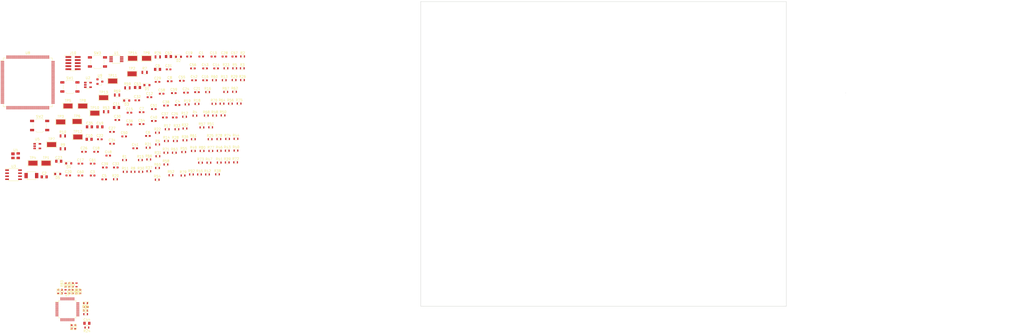
<source format=kicad_pcb>
(kicad_pcb (version 20170123) (host pcbnew "(2017-04-02 revision 2f9be81b1)-makepkg")
  (layers (0 F.Cu mixed) (1 In1.Cu power) (2 In2.Cu power) (31 B.Cu mixed) (34 B.Paste user) (35 F.Paste user) (36 B.SilkS user) (37 F.SilkS user) (38 B.Mask user) (39 F.Mask user) (44 Edge.Cuts user))
  (net 0 "")
  (net 1 +3V3)
  (net 2 GND)
  (net 3 +1V2)
  (net 4 +5V_UART)
  (net 5 /XIN32)
  (net 6 /XOUT32)
  (net 7 /VDDPLL)
  (net 8 /AREF)
  (net 9 +5V)
  (net 10 "Net-(D1-Pad2)")
  (net 11 "Net-(D2-Pad2)")
  (net 12 "Net-(D2-Pad1)")
  (net 13 "Net-(D3-Pad1)")
  (net 14 "Net-(D3-Pad2)")
  (net 15 "Net-(D4-Pad2)")
  (net 16 "Net-(D4-Pad1)")
  (net 17 "Net-(D5-Pad2)")
  (net 18 /USBD-)
  (net 19 /USBD+)
  (net 20 /PA0)
  (net 21 /PA16)
  (net 22 /PA1)
  (net 23 /PA17)
  (net 24 /PA2)
  (net 25 /PA5)
  (net 26 /PA21)
  (net 27 /PA6)
  (net 28 /PA22)
  (net 29 /PA23)
  (net 30 /PA24)
  (net 31 /PA25)
  (net 32 /PB0)
  (net 33 /PB2)
  (net 34 /PB3)
  (net 35 /PB4)
  (net 36 /PB13)
  (net 37 /PB14)
  (net 38 /PC16)
  (net 39 /PC17)
  (net 40 /PC12)
  (net 41 /PC13)
  (net 42 /PC15)
  (net 43 VBUS_DET)
  (net 44 /U0_TXD)
  (net 45 SWDCLK)
  (net 46 ~RST)
  (net 47 /ERASE)
  (net 48 /U0_RXD)
  (net 49 /JTAG_SEL)
  (net 50 /TST)
  (net 51 SWDIO)
  (net 52 SWO)
  (net 53 +5V_EXT)
  (net 54 /UART_RXD)
  (net 55 /UART_TXD)
  (net 56 "Net-(J4-Pad10)")
  (net 57 "Net-(C6-Pad2)")
  (net 58 +5V_USB)
  (net 59 +1V8)
  (net 60 /PFBOUT)
  (net 61 /PFBIN1)
  (net 62 /PFBIN2)
  (net 63 "Net-(C44-Pad1)")
  (net 64 "Net-(C49-Pad1)")
  (net 65 /SW2)
  (net 66 /SW1)
  (net 67 "Net-(D5-Pad1)")
  (net 68 "Net-(D6-Pad2)")
  (net 69 "Net-(J10-Pad10)")
  (net 70 "Net-(J10-Pad9)")
  (net 71 "Net-(J10-Pad8)")
  (net 72 "Net-(J10-Pad7)")
  (net 73 /NVM_~CS)
  (net 74 "Net-(R4-Pad2)")
  (net 75 /LDO_EN)
  (net 76 "Net-(J4-Pad11)")
  (net 77 "Net-(R11-Pad2)")
  (net 78 /MCCDA2)
  (net 79 /RBIAS)
  (net 80 /MCCDA3)
  (net 81 /MCCDA)
  (net 82 /ETX-)
  (net 83 /ERX-)
  (net 84 /MCDA0)
  (net 85 /I2C_SCL)
  (net 86 /ETX+)
  (net 87 /MCDA1)
  (net 88 "Net-(R25-Pad1)")
  (net 89 /I2C_SDA)
  (net 90 "Net-(R29-Pad1)")
  (net 91 /NVM_SCK_R)
  (net 92 /NVM_SCK)
  (net 93 /MCCK)
  (net 94 /MCCK_R)
  (net 95 /USBD_R-)
  (net 96 /USBD_R+)
  (net 97 /GMDIO)
  (net 98 /PHY_~INT)
  (net 99 /PHY_~RST)
  (net 100 "Net-(R41-Pad2)")
  (net 101 /~RST_R)
  (net 102 /RAM_~RD)
  (net 103 /RAM_~WE)
  (net 104 /RAM_~CS)
  (net 105 /LED1)
  (net 106 /GCOL)
  (net 107 /LED_ACT)
  (net 108 /GRX0)
  (net 109 /LED_LN)
  (net 110 /LED2)
  (net 111 /GRX1)
  (net 112 /LED_SP)
  (net 113 /LED3)
  (net 114 /GRX2)
  (net 115 /GRXDV)
  (net 116 /LED4)
  (net 117 /GRX3)
  (net 118 /GTX3)
  (net 119 /GCRS)
  (net 120 /GRXER)
  (net 121 /GRX0_R)
  (net 122 /GRX1_R)
  (net 123 /GRX2_R)
  (net 124 /GRX3_R)
  (net 125 /GRXCK)
  (net 126 /GRXCK_R)
  (net 127 /GRXER_R)
  (net 128 /GRXDV_R)
  (net 129 /GCOL_R)
  (net 130 /GCRS_R)
  (net 131 /GMDC)
  (net 132 /GMDC_R)
  (net 133 /GMDIO_R)
  (net 134 /MCU_XIN)
  (net 135 /PHY_XIN)
  (net 136 "Net-(L1-Pad1)")
  (net 137 /NVM_~HOLD)
  (net 138 /NVM_MOSI)
  (net 139 "Net-(U3-Pad3)")
  (net 140 /NVM_MISO)
  (net 141 "Net-(U5-Pad4)")
  (net 142 "Net-(U7-Pad33)")
  (net 143 "Net-(U7-Pad25)")
  (net 144 /GTX2)
  (net 145 /GTX1)
  (net 146 /GTX0)
  (net 147 /GTXEN)
  (net 148 /GTXCK)
  (net 149 "Net-(U8-Pad141)")
  (net 150 /A7)
  (net 151 /A6)
  (net 152 /A5)
  (net 153 /A4)
  (net 154 /A3)
  (net 155 /A2)
  (net 156 /A1)
  (net 157 /A0)
  (net 158 "Net-(U8-Pad108)")
  (net 159 "Net-(U8-Pad90)")
  (net 160 "Net-(U8-Pad86)")
  (net 161 /A10)
  (net 162 "Net-(U8-Pad74)")
  (net 163 "Net-(U8-Pad71)")
  (net 164 /PWMH0)
  (net 165 /PWMH1)
  (net 166 /PWMH2)
  (net 167 /D5)
  (net 168 /PWMH3)
  (net 169 /PWML0)
  (net 170 /D6)
  (net 171 /PWML2)
  (net 172 /PWML1)
  (net 173 /D7)
  (net 174 /PWML3)
  (net 175 /D4)
  (net 176 /D3)
  (net 177 /D2)
  (net 178 /D1)
  (net 179 "Net-(U8-Pad34)")
  (net 180 /A14)
  (net 181 /A15)
  (net 182 /A16)
  (net 183 "Net-(U8-Pad20)")
  (net 184 /A11)
  (net 185 /A12)
  (net 186 /A13)
  (net 187 /A8)
  (net 188 /A9)
  (net 189 /D0)
  (module Capacitors_SMD:C_0603 (layer F.Cu) (at -68.668002 48.315072)
    (fp_text reference C1 (at 0 -1.5) (layer F.SilkS))
    (fp_text value 100nF)
    (pad 1 smd rect (at -0.75 0) (size 0.8 0.75) (layers F.Cu F.Paste F.Mask) (net 4 +5V_UART))
    (pad 2 smd rect (at 0.75 0) (size 0.8 0.75) (layers F.Cu F.Paste F.Mask) (net 2 GND))
  )
  (module Capacitors_SMD:C_0805 (layer F.Cu) (at -134.116098 98.465072)
    (fp_text reference C2 (at 0 -1.5) (layer F.SilkS))
    (fp_text value 4.7uF)
    (pad 2 smd rect (at 1 0) (size 1 1.25) (layers F.Cu F.Paste F.Mask) (net 2 GND))
    (pad 1 smd rect (at -1 0) (size 1 1.25) (layers F.Cu F.Paste F.Mask) (net 9 +5V))
  )
  (module Capacitors_SMD:C_0603 (layer F.Cu) (at -113.938002 97.915072)
    (fp_text reference C3 (at 0 -1.5) (layer F.SilkS))
    (fp_text value 100nF)
    (pad 2 smd rect (at 0.75 0) (size 0.8 0.75) (layers F.Cu F.Paste F.Mask) (net 2 GND))
    (pad 1 smd rect (at -0.75 0) (size 0.8 0.75) (layers F.Cu F.Paste F.Mask) (net 1 +3V3))
  )
  (module Capacitors_SMD:C_0603 (layer F.Cu) (at -78.526098 68.515072)
    (fp_text reference C4 (at 0 -1.5) (layer F.SilkS))
    (fp_text value 3.9pF)
    (pad 2 smd rect (at 0.75 0) (size 0.8 0.75) (layers F.Cu F.Paste F.Mask) (net 2 GND))
    (pad 1 smd rect (at -0.75 0) (size 0.8 0.75) (layers F.Cu F.Paste F.Mask) (net 5 /XIN32))
  )
  (module Capacitors_SMD:C_0603 (layer F.Cu) (at -109.106098 99.515072)
    (fp_text reference C5 (at 0 -1.5) (layer F.SilkS))
    (fp_text value 3.9pF)
    (pad 2 smd rect (at 0.75 0) (size 0.8 0.75) (layers F.Cu F.Paste F.Mask) (net 2 GND))
    (pad 1 smd rect (at -0.75 0) (size 0.8 0.75) (layers F.Cu F.Paste F.Mask) (net 6 /XOUT32))
  )
  (module Capacitors_SMD:C_0603 (layer F.Cu) (at -90.886098 81.415072)
    (fp_text reference C6 (at 0 -1.5) (layer F.SilkS))
    (fp_text value 4.5nF)
    (pad 2 smd rect (at 0.75 0) (size 0.8 0.75) (layers F.Cu F.Paste F.Mask) (net 57 "Net-(C6-Pad2)"))
    (pad 1 smd rect (at -0.75 0) (size 0.8 0.75) (layers F.Cu F.Paste F.Mask) (net 2 GND))
  )
  (module Capacitors_SMD:C_0603 (layer F.Cu) (at -93.498002 71.515072)
    (fp_text reference C7 (at 0 -1.5) (layer F.SilkS))
    (fp_text value 100nF)
    (pad 1 smd rect (at -0.75 0) (size 0.8 0.75) (layers F.Cu F.Paste F.Mask) (net 58 +5V_USB))
    (pad 2 smd rect (at 0.75 0) (size 0.8 0.75) (layers F.Cu F.Paste F.Mask) (net 2 GND))
  )
  (module Capacitors_SMD:C_0603 (layer F.Cu) (at -81.808002 58.615072)
    (fp_text reference C8 (at 0 -1.5) (layer F.SilkS))
    (fp_text value 100nF)
    (pad 2 smd rect (at 0.75 0) (size 0.8 0.75) (layers F.Cu F.Paste F.Mask) (net 2 GND))
    (pad 1 smd rect (at -0.75 0) (size 0.8 0.75) (layers F.Cu F.Paste F.Mask) (net 1 +3V3))
  )
  (module Capacitors_SMD:C_0805 (layer F.Cu) (at -86.864193 53.665072)
    (fp_text reference C9 (at 0 -1.5) (layer F.SilkS))
    (fp_text value 10uF)
    (pad 1 smd rect (at -1 0) (size 1 1.25) (layers F.Cu F.Paste F.Mask) (net 1 +3V3))
    (pad 2 smd rect (at 1 0) (size 1 1.25) (layers F.Cu F.Paste F.Mask) (net 2 GND))
  )
  (module Capacitors_SMD:C_0805 (layer F.Cu) (at -115.387525 82.815072)
    (fp_text reference C10 (at 0 -1.5) (layer F.SilkS))
    (fp_text value 1uF)
    (pad 2 smd rect (at 1 0) (size 1 1.25) (layers F.Cu F.Paste F.Mask) (net 2 GND))
    (pad 1 smd rect (at -1 0) (size 1 1.25) (layers F.Cu F.Paste F.Mask) (net 1 +3V3))
  )
  (module Capacitors_SMD:C_0805 (layer F.Cu) (at -103.977525 69.565072)
    (fp_text reference C11 (at 0 -1.5) (layer F.SilkS))
    (fp_text value 1uF)
    (pad 1 smd rect (at -1 0) (size 1 1.25) (layers F.Cu F.Paste F.Mask) (net 59 +1V8))
    (pad 2 smd rect (at 1 0) (size 1 1.25) (layers F.Cu F.Paste F.Mask) (net 2 GND))
  )
  (module Capacitors_SMD:C_0603 (layer F.Cu) (at -90.238002 65.265072)
    (fp_text reference C12 (at 0 -1.5) (layer F.SilkS))
    (fp_text value 100nF)
    (pad 2 smd rect (at 0.75 0) (size 0.8 0.75) (layers F.Cu F.Paste F.Mask) (net 2 GND))
    (pad 1 smd rect (at -0.75 0) (size 0.8 0.75) (layers F.Cu F.Paste F.Mask) (net 59 +1V8))
  )
  (module Capacitors_SMD:C_0603 (layer F.Cu) (at -63.598002 48.315072)
    (fp_text reference C13 (at 0 -1.5) (layer F.SilkS))
    (fp_text value 100nF)
    (pad 1 smd rect (at -0.75 0) (size 0.8 0.75) (layers F.Cu F.Paste F.Mask) (net 1 +3V3))
    (pad 2 smd rect (at 0.75 0) (size 0.8 0.75) (layers F.Cu F.Paste F.Mask) (net 2 GND))
  )
  (module Capacitors_SMD:C_0603 (layer F.Cu) (at -62.464193 53.265072)
    (fp_text reference C14 (at 0 -1.5) (layer F.SilkS))
    (fp_text value 10nF)
    (pad 2 smd rect (at 0.75 0) (size 0.8 0.75) (layers F.Cu F.Paste F.Mask) (net 2 GND))
    (pad 1 smd rect (at -0.75 0) (size 0.8 0.75) (layers F.Cu F.Paste F.Mask) (net 59 +1V8))
  )
  (module Capacitors_SMD:C_0603 (layer F.Cu) (at -98.568002 71.715072)
    (fp_text reference C15 (at 0 -1.5) (layer F.SilkS))
    (fp_text value 100nF)
    (pad 2 smd rect (at 0.75 0) (size 0.8 0.75) (layers F.Cu F.Paste F.Mask) (net 2 GND))
    (pad 1 smd rect (at -0.75 0) (size 0.8 0.75) (layers F.Cu F.Paste F.Mask) (net 1 +3V3))
  )
  (module Capacitors_SMD:C_0603 (layer F.Cu) (at -67.074193 58.215072)
    (fp_text reference C16 (at 0 -1.5) (layer F.SilkS))
    (fp_text value 10nF)
    (pad 2 smd rect (at 0.75 0) (size 0.8 0.75) (layers F.Cu F.Paste F.Mask) (net 2 GND))
    (pad 1 smd rect (at -0.75 0) (size 0.8 0.75) (layers F.Cu F.Paste F.Mask) (net 1 +3V3))
  )
  (module Capacitors_SMD:C_0603 (layer F.Cu) (at -119.008002 92.965072)
    (fp_text reference C17 (at 0 -1.5) (layer F.SilkS))
    (fp_text value 100nF)
    (pad 1 smd rect (at -0.75 0) (size 0.8 0.75) (layers F.Cu F.Paste F.Mask) (net 1 +3V3))
    (pad 2 smd rect (at 0.75 0) (size 0.8 0.75) (layers F.Cu F.Paste F.Mask) (net 2 GND))
  )
  (module Capacitors_SMD:C_0603 (layer F.Cu) (at -112.478002 88.015072)
    (fp_text reference C18 (at 0 -1.5) (layer F.SilkS))
    (fp_text value 100nF)
    (pad 1 smd rect (at -0.75 0) (size 0.8 0.75) (layers F.Cu F.Paste F.Mask) (net 1 +3V3))
    (pad 2 smd rect (at 0.75 0) (size 0.8 0.75) (layers F.Cu F.Paste F.Mask) (net 2 GND))
  )
  (module Capacitors_SMD:C_0603 (layer F.Cu) (at -73.738002 48.315072)
    (fp_text reference C19 (at 0 -1.5) (layer F.SilkS))
    (fp_text value 100nF)
    (pad 1 smd rect (at -0.75 0) (size 0.8 0.75) (layers F.Cu F.Paste F.Mask) (net 1 +3V3))
    (pad 2 smd rect (at 0.75 0) (size 0.8 0.75) (layers F.Cu F.Paste F.Mask) (net 2 GND))
  )
  (module Capacitors_SMD:C_0603 (layer F.Cu) (at -124.078002 97.885072)
    (fp_text reference C20 (at 0 -1.5) (layer F.SilkS))
    (fp_text value 100nF)
    (pad 1 smd rect (at -0.75 0) (size 0.8 0.75) (layers F.Cu F.Paste F.Mask) (net 3 +1V2))
    (pad 2 smd rect (at 0.75 0) (size 0.8 0.75) (layers F.Cu F.Paste F.Mask) (net 2 GND))
  )
  (module Capacitors_SMD:C_0603 (layer F.Cu) (at -70.434193 63.165072)
    (fp_text reference C21 (at 0 -1.5) (layer F.SilkS))
    (fp_text value 10nF)
    (pad 2 smd rect (at 0.75 0) (size 0.8 0.75) (layers F.Cu F.Paste F.Mask) (net 2 GND))
    (pad 1 smd rect (at -0.75 0) (size 0.8 0.75) (layers F.Cu F.Paste F.Mask) (net 1 +3V3))
  )
  (module Capacitors_SMD:C_0603 (layer F.Cu) (at -110.928002 82.815072)
    (fp_text reference C22 (at 0 -1.5) (layer F.SilkS))
    (fp_text value 100nF)
    (pad 2 smd rect (at 0.75 0) (size 0.8 0.75) (layers F.Cu F.Paste F.Mask) (net 2 GND))
    (pad 1 smd rect (at -0.75 0) (size 0.8 0.75) (layers F.Cu F.Paste F.Mask) (net 1 +3V3))
  )
  (module Capacitors_SMD:C_0805 (layer F.Cu) (at -128.066098 91.965072)
    (fp_text reference C23 (at 0 -1.5) (layer F.SilkS))
    (fp_text value 4.7uF)
    (pad 2 smd rect (at 1 0) (size 1 1.25) (layers F.Cu F.Paste F.Mask) (net 2 GND))
    (pad 1 smd rect (at -1 0) (size 1 1.25) (layers F.Cu F.Paste F.Mask) (net 1 +3V3))
  )
  (module Capacitors_SMD:C_0603 (layer F.Cu) (at -75.028002 63.365072)
    (fp_text reference C24 (at 0 -1.5) (layer F.SilkS))
    (fp_text value 100nF)
    (pad 2 smd rect (at 0.75 0) (size 0.8 0.75) (layers F.Cu F.Paste F.Mask) (net 2 GND))
    (pad 1 smd rect (at -0.75 0) (size 0.8 0.75) (layers F.Cu F.Paste F.Mask) (net 3 +1V2))
  )
  (module Capacitors_SMD:C_0603 (layer F.Cu) (at -79.714193 73.715072)
    (fp_text reference C25 (at 0 -1.5) (layer F.SilkS))
    (fp_text value 10nF)
    (pad 2 smd rect (at 0.75 0) (size 0.8 0.75) (layers F.Cu F.Paste F.Mask) (net 2 GND))
    (pad 1 smd rect (at -0.75 0) (size 0.8 0.75) (layers F.Cu F.Paste F.Mask) (net 1 +3V3))
  )
  (module Capacitors_SMD:C_0603 (layer F.Cu) (at -117.548002 88.015072)
    (fp_text reference C26 (at 0 -1.5) (layer F.SilkS))
    (fp_text value 100nF)
    (pad 1 smd rect (at -0.75 0) (size 0.8 0.75) (layers F.Cu F.Paste F.Mask) (net 1 +3V3))
    (pad 2 smd rect (at 0.75 0) (size 0.8 0.75) (layers F.Cu F.Paste F.Mask) (net 2 GND))
  )
  (module Capacitors_SMD:C_0603 (layer F.Cu) (at -105.858002 79.715072)
    (fp_text reference C27 (at 0 -1.5) (layer F.SilkS))
    (fp_text value 100nF)
    (pad 1 smd rect (at -0.75 0) (size 0.8 0.75) (layers F.Cu F.Paste F.Mask) (net 3 +1V2))
    (pad 2 smd rect (at 0.75 0) (size 0.8 0.75) (layers F.Cu F.Paste F.Mask) (net 2 GND))
  )
  (module Capacitors_SMD:C_0603 (layer F.Cu) (at -59.004193 48.315072)
    (fp_text reference C28 (at 0 -1.5) (layer F.SilkS))
    (fp_text value 10nF)
    (pad 1 smd rect (at -0.75 0) (size 0.8 0.75) (layers F.Cu F.Paste F.Mask) (net 1 +3V3))
    (pad 2 smd rect (at 0.75 0) (size 0.8 0.75) (layers F.Cu F.Paste F.Mask) (net 2 GND))
  )
  (module Capacitors_SMD:C_0603 (layer F.Cu) (at -86.878002 58.865072)
    (fp_text reference C29 (at 0 -1.5) (layer F.SilkS))
    (fp_text value 100nF)
    (pad 1 smd rect (at -0.75 0) (size 0.8 0.75) (layers F.Cu F.Paste F.Mask) (net 1 +3V3))
    (pad 2 smd rect (at 0.75 0) (size 0.8 0.75) (layers F.Cu F.Paste F.Mask) (net 2 GND))
  )
  (module Capacitors_SMD:C_0603 (layer F.Cu) (at -103.638002 74.765072)
    (fp_text reference C30 (at 0 -1.5) (layer F.SilkS))
    (fp_text value 100nF)
    (pad 1 smd rect (at -0.75 0) (size 0.8 0.75) (layers F.Cu F.Paste F.Mask) (net 1 +3V3))
    (pad 2 smd rect (at 0.75 0) (size 0.8 0.75) (layers F.Cu F.Paste F.Mask) (net 2 GND))
  )
  (module Capacitors_SMD:C_0603 (layer F.Cu) (at -82.268002 53.665072)
    (fp_text reference C31 (at 0 -1.5) (layer F.SilkS))
    (fp_text value 100nF)
    (pad 1 smd rect (at -0.75 0) (size 0.8 0.75) (layers F.Cu F.Paste F.Mask) (net 1 +3V3))
    (pad 2 smd rect (at 0.75 0) (size 0.8 0.75) (layers F.Cu F.Paste F.Mask) (net 2 GND))
  )
  (module Capacitors_SMD:C_0603 (layer F.Cu) (at -95.308002 66.565072)
    (fp_text reference C32 (at 0 -1.5) (layer F.SilkS))
    (fp_text value 100nF)
    (pad 2 smd rect (at 0.75 0) (size 0.8 0.75) (layers F.Cu F.Paste F.Mask) (net 2 GND))
    (pad 1 smd rect (at -0.75 0) (size 0.8 0.75) (layers F.Cu F.Paste F.Mask) (net 3 +1V2))
  )
  (module Capacitors_SMD:C_0603 (layer F.Cu) (at -104.274193 94.565072)
    (fp_text reference C33 (at 0 -1.5) (layer F.SilkS))
    (fp_text value 10nF)
    (pad 1 smd rect (at -0.75 0) (size 0.8 0.75) (layers F.Cu F.Paste F.Mask) (net 1 +3V3))
    (pad 2 smd rect (at 0.75 0) (size 0.8 0.75) (layers F.Cu F.Paste F.Mask) (net 2 GND))
  )
  (module Capacitors_SMD:C_0603 (layer F.Cu) (at -105.858002 84.665072)
    (fp_text reference C34 (at 0 -1.5) (layer F.SilkS))
    (fp_text value 100nF)
    (pad 2 smd rect (at 0.75 0) (size 0.8 0.75) (layers F.Cu F.Paste F.Mask) (net 2 GND))
    (pad 1 smd rect (at -0.75 0) (size 0.8 0.75) (layers F.Cu F.Paste F.Mask) (net 1 +3V3))
  )
  (module Capacitors_SMD:C_0805 (layer F.Cu) (at -115.254193 77.615072)
    (fp_text reference C35 (at 0 -1.5) (layer F.SilkS))
    (fp_text value 10uF)
    (pad 2 smd rect (at 1 0) (size 1 1.25) (layers F.Cu F.Paste F.Mask) (net 2 GND))
    (pad 1 smd rect (at -1 0) (size 1 1.25) (layers F.Cu F.Paste F.Mask) (net 60 /PFBOUT))
  )
  (module Capacitors_SMD:C_0603 (layer F.Cu) (at -98.568002 76.665072)
    (fp_text reference C36 (at 0 -1.5) (layer F.SilkS))
    (fp_text value 100nF)
    (pad 1 smd rect (at -0.75 0) (size 0.8 0.75) (layers F.Cu F.Paste F.Mask) (net 3 +1V2))
    (pad 2 smd rect (at 0.75 0) (size 0.8 0.75) (layers F.Cu F.Paste F.Mask) (net 2 GND))
  )
  (module Capacitors_SMD:C_0603 (layer F.Cu) (at -83.834193 73.715072)
    (fp_text reference C37 (at 0 -1.5) (layer F.SilkS))
    (fp_text value 10nF)
    (pad 1 smd rect (at -0.75 0) (size 0.8 0.75) (layers F.Cu F.Paste F.Mask) (net 1 +3V3))
    (pad 2 smd rect (at 0.75 0) (size 0.8 0.75) (layers F.Cu F.Paste F.Mask) (net 2 GND))
  )
  (module Capacitors_SMD:C_0603 (layer F.Cu) (at -83.358002 68.765072)
    (fp_text reference C38 (at 0 -1.5) (layer F.SilkS))
    (fp_text value 100nF)
    (pad 1 smd rect (at -0.75 0) (size 0.8 0.75) (layers F.Cu F.Paste F.Mask) (net 1 +3V3))
    (pad 2 smd rect (at 0.75 0) (size 0.8 0.75) (layers F.Cu F.Paste F.Mask) (net 2 GND))
  )
  (module Capacitors_SMD:C_0603 (layer F.Cu) (at -108.868002 94.565072)
    (fp_text reference C39 (at 0 -1.5) (layer F.SilkS))
    (fp_text value 100nF)
    (pad 2 smd rect (at 0.75 0) (size 0.8 0.75) (layers F.Cu F.Paste F.Mask) (net 2 GND))
    (pad 1 smd rect (at -0.75 0) (size 0.8 0.75) (layers F.Cu F.Paste F.Mask) (net 60 /PFBOUT))
  )
  (module Capacitors_SMD:C_0603 (layer F.Cu) (at -88.428002 75.165072)
    (fp_text reference C40 (at 0 -1.5) (layer F.SilkS))
    (fp_text value 100nF)
    (pad 2 smd rect (at 0.75 0) (size 0.8 0.75) (layers F.Cu F.Paste F.Mask) (net 2 GND))
    (pad 1 smd rect (at -0.75 0) (size 0.8 0.75) (layers F.Cu F.Paste F.Mask) (net 3 +1V2))
  )
  (module Capacitors_SMD:C_0603 (layer F.Cu) (at -96.194193 86.565072)
    (fp_text reference C41 (at 0 -1.5) (layer F.SilkS))
    (fp_text value 10nF)
    (pad 2 smd rect (at 0.75 0) (size 0.8 0.75) (layers F.Cu F.Paste F.Mask) (net 2 GND))
    (pad 1 smd rect (at -0.75 0) (size 0.8 0.75) (layers F.Cu F.Paste F.Mask) (net 1 +3V3))
  )
  (module Capacitors_SMD:C_0603 (layer F.Cu) (at -71.668002 58.215072)
    (fp_text reference C42 (at 0 -1.5) (layer F.SilkS))
    (fp_text value 100nF)
    (pad 1 smd rect (at -0.75 0) (size 0.8 0.75) (layers F.Cu F.Paste F.Mask) (net 61 /PFBIN1))
    (pad 2 smd rect (at 0.75 0) (size 0.8 0.75) (layers F.Cu F.Paste F.Mask) (net 2 GND))
  )
  (module Capacitors_SMD:C_0603 (layer F.Cu) (at -67.058002 53.265072)
    (fp_text reference C43 (at 0 -1.5) (layer F.SilkS))
    (fp_text value 100nF)
    (pad 2 smd rect (at 0.75 0) (size 0.8 0.75) (layers F.Cu F.Paste F.Mask) (net 2 GND))
    (pad 1 smd rect (at -0.75 0) (size 0.8 0.75) (layers F.Cu F.Paste F.Mask) (net 62 /PFBIN2))
  )
  (module Capacitors_SMD:C_0805 (layer F.Cu) (at -116.332 159.512)
    (fp_text reference C44 (at 0 -1.5) (layer F.SilkS))
    (fp_text value 10uF)
    (pad 1 smd rect (at -1 0) (size 1 1.25) (layers F.Cu F.Paste F.Mask) (net 63 "Net-(C44-Pad1)"))
    (pad 2 smd rect (at 1 0) (size 1 1.25) (layers F.Cu F.Paste F.Mask) (net 2 GND))
  )
  (module Capacitors_SMD:C_0603 (layer F.Cu) (at -122.682 161.036 270)
    (fp_text reference C45 (at 0 -1.5 270) (layer F.SilkS))
    (fp_text value 100nF)
    (pad 2 smd rect (at 0.75 0 270) (size 0.8 0.75) (layers F.Cu F.Paste F.Mask) (net 2 GND))
    (pad 1 smd rect (at -0.75 0 270) (size 0.8 0.75) (layers F.Cu F.Paste F.Mask) (net 63 "Net-(C44-Pad1)"))
  )
  (module Capacitors_SMD:C_0603 (layer F.Cu) (at -126.746 146.304 90)
    (fp_text reference C46 (at 0 -1.5 90) (layer F.SilkS))
    (fp_text value 100nF)
    (pad 1 smd rect (at -0.75 0 90) (size 0.8 0.75) (layers F.Cu F.Paste F.Mask) (net 63 "Net-(C44-Pad1)"))
    (pad 2 smd rect (at 0.75 0 90) (size 0.8 0.75) (layers F.Cu F.Paste F.Mask) (net 2 GND))
  )
  (module Capacitors_SMD:C_0603 (layer F.Cu) (at -116.84 152.654)
    (fp_text reference C47 (at 0 -1.5) (layer F.SilkS))
    (fp_text value 100nF)
    (pad 1 smd rect (at -0.75 0) (size 0.8 0.75) (layers F.Cu F.Paste F.Mask) (net 63 "Net-(C44-Pad1)"))
    (pad 2 smd rect (at 0.75 0) (size 0.8 0.75) (layers F.Cu F.Paste F.Mask) (net 2 GND))
  )
  (module Capacitors_SMD:C_0603 (layer F.Cu) (at -107.408002 89.615072)
    (fp_text reference C48 (at 0 -1.5) (layer F.SilkS))
    (fp_text value 100nF)
    (pad 2 smd rect (at 0.75 0) (size 0.8 0.75) (layers F.Cu F.Paste F.Mask) (net 2 GND))
    (pad 1 smd rect (at -0.75 0) (size 0.8 0.75) (layers F.Cu F.Paste F.Mask) (net 7 /VDDPLL))
  )
  (module Capacitors_SMD:C_0805 (layer F.Cu) (at -110.896098 77.615072)
    (fp_text reference C49 (at 0 -1.5) (layer F.SilkS))
    (fp_text value 4.7uF)
    (pad 1 smd rect (at -1 0) (size 1 1.25) (layers F.Cu F.Paste F.Mask) (net 64 "Net-(C49-Pad1)"))
    (pad 2 smd rect (at 1 0) (size 1 1.25) (layers F.Cu F.Paste F.Mask) (net 2 GND))
  )
  (module Capacitors_SMD:C_0603 (layer F.Cu) (at -100.788002 81.615072)
    (fp_text reference C50 (at 0 -1.5) (layer F.SilkS))
    (fp_text value 100nF)
    (pad 2 smd rect (at 0.75 0) (size 0.8 0.75) (layers F.Cu F.Paste F.Mask) (net 2 GND))
    (pad 1 smd rect (at -0.75 0) (size 0.8 0.75) (layers F.Cu F.Paste F.Mask) (net 8 /AREF))
  )
  (module Capacitors_SMD:C_0603 (layer F.Cu) (at -88.428002 70.215072)
    (fp_text reference C51 (at 0 -1.5) (layer F.SilkS))
    (fp_text value 100nF)
    (pad 1 smd rect (at -0.75 0) (size 0.8 0.75) (layers F.Cu F.Paste F.Mask) (net 1 +3V3))
    (pad 2 smd rect (at 0.75 0) (size 0.8 0.75) (layers F.Cu F.Paste F.Mask) (net 2 GND))
  )
  (module Capacitors_SMD:C_0805 (layer F.Cu) (at -82.316098 48.315072)
    (fp_text reference C52 (at 0 -1.5) (layer F.SilkS))
    (fp_text value 2.2uF)
    (pad 2 smd rect (at 1 0) (size 1 1.25) (layers F.Cu F.Paste F.Mask) (net 2 GND))
    (pad 1 smd rect (at -1 0) (size 1 1.25) (layers F.Cu F.Paste F.Mask) (net 3 +1V2))
  )
  (module Capacitors_SMD:C_0805 (layer F.Cu) (at -95.224193 61.215072)
    (fp_text reference C53 (at 0 -1.5) (layer F.SilkS))
    (fp_text value 10uF)
    (pad 1 smd rect (at -1 0) (size 1 1.25) (layers F.Cu F.Paste F.Mask) (net 1 +3V3))
    (pad 2 smd rect (at 1 0) (size 1 1.25) (layers F.Cu F.Paste F.Mask) (net 2 GND))
  )
  (module Capacitors_SMD:C_0603 (layer F.Cu) (at -93.498002 76.465072)
    (fp_text reference C54 (at 0 -1.5) (layer F.SilkS))
    (fp_text value 100nF)
    (pad 2 smd rect (at 0.75 0) (size 0.8 0.75) (layers F.Cu F.Paste F.Mask) (net 2 GND))
    (pad 1 smd rect (at -0.75 0) (size 0.8 0.75) (layers F.Cu F.Paste F.Mask) (net 3 +1V2))
  )
  (module Capacitors_SMD:C_0603 (layer F.Cu) (at -76.738002 58.415072)
    (fp_text reference C55 (at 0 -1.5) (layer F.SilkS))
    (fp_text value 100nF)
    (pad 1 smd rect (at -0.75 0) (size 0.8 0.75) (layers F.Cu F.Paste F.Mask) (net 1 +3V3))
    (pad 2 smd rect (at 0.75 0) (size 0.8 0.75) (layers F.Cu F.Paste F.Mask) (net 2 GND))
  )
  (module Capacitors_SMD:C_0603 (layer F.Cu) (at -72.128002 53.265072)
    (fp_text reference C56 (at 0 -1.5) (layer F.SilkS))
    (fp_text value 100nF)
    (pad 1 smd rect (at -0.75 0) (size 0.8 0.75) (layers F.Cu F.Paste F.Mask) (net 46 ~RST))
    (pad 2 smd rect (at 0.75 0) (size 0.8 0.75) (layers F.Cu F.Paste F.Mask) (net 2 GND))
  )
  (module Capacitors_SMD:C_0603 (layer F.Cu) (at -54.884193 48.315072)
    (fp_text reference C57 (at 0 -1.5) (layer F.SilkS))
    (fp_text value 10nF)
    (pad 2 smd rect (at 0.75 0) (size 0.8 0.75) (layers F.Cu F.Paste F.Mask) (net 2 GND))
    (pad 1 smd rect (at -0.75 0) (size 0.8 0.75) (layers F.Cu F.Paste F.Mask) (net 1 +3V3))
  )
  (module Capacitors_SMD:C_0603 (layer F.Cu) (at -85.168002 63.815072)
    (fp_text reference C58 (at 0 -1.5) (layer F.SilkS))
    (fp_text value 100nF)
    (pad 2 smd rect (at 0.75 0) (size 0.8 0.75) (layers F.Cu F.Paste F.Mask) (net 2 GND))
    (pad 1 smd rect (at -0.75 0) (size 0.8 0.75) (layers F.Cu F.Paste F.Mask) (net 65 /SW2))
  )
  (module Capacitors_SMD:C_0603 (layer F.Cu) (at -80.098002 63.565072)
    (fp_text reference C59 (at 0 -1.5) (layer F.SilkS))
    (fp_text value 100nF)
    (pad 1 smd rect (at -0.75 0) (size 0.8 0.75) (layers F.Cu F.Paste F.Mask) (net 66 /SW1))
    (pad 2 smd rect (at 0.75 0) (size 0.8 0.75) (layers F.Cu F.Paste F.Mask) (net 2 GND))
  )
  (module Capacitors_SMD:C_0603 (layer F.Cu) (at -119.008002 97.915072)
    (fp_text reference C60 (at 0 -1.5) (layer F.SilkS))
    (fp_text value 100nF)
    (pad 2 smd rect (at 0.75 0) (size 0.8 0.75) (layers F.Cu F.Paste F.Mask) (net 2 GND))
    (pad 1 smd rect (at -0.75 0) (size 0.8 0.75) (layers F.Cu F.Paste F.Mask) (net 1 +3V3))
  )
  (module Capacitors_SMD:C_0603 (layer F.Cu) (at -113.938002 92.965072)
    (fp_text reference C61 (at 0 -1.5) (layer F.SilkS))
    (fp_text value 100nF)
    (pad 1 smd rect (at -0.75 0) (size 0.8 0.75) (layers F.Cu F.Paste F.Mask) (net 1 +3V3))
    (pad 2 smd rect (at 0.75 0) (size 0.8 0.75) (layers F.Cu F.Paste F.Mask) (net 2 GND))
  )
  (module Diodes_SMD:D_0805 (layer F.Cu) (at -91.287525 60.215072)
    (fp_text reference D1 (at 0 1.6) (layer F.SilkS))
    (fp_text value LED)
    (pad 2 smd rect (at 1.05 0) (size 0.8 0.9) (layers F.Cu F.Paste F.Mask) (net 10 "Net-(D1-Pad2)"))
    (pad 1 smd rect (at -1.05 0) (size 0.8 0.9) (layers F.Cu F.Paste F.Mask) (net 2 GND))
  )
  (module Diodes_SMD:D_0805 (layer F.Cu) (at -78.147525 48.415072)
    (fp_text reference D2 (at 0 1.6) (layer F.SilkS))
    (fp_text value LED)
    (pad 2 smd rect (at 1.05 0) (size 0.8 0.9) (layers F.Cu F.Paste F.Mask) (net 11 "Net-(D2-Pad2)"))
    (pad 1 smd rect (at -1.05 0) (size 0.8 0.9) (layers F.Cu F.Paste F.Mask) (net 12 "Net-(D2-Pad1)"))
  )
  (module Diodes_SMD:D_0805 (layer F.Cu) (at -99.717525 66.665072)
    (fp_text reference D3 (at 0 1.6) (layer F.SilkS))
    (fp_text value LED)
    (pad 1 smd rect (at -1.05 0) (size 0.8 0.9) (layers F.Cu F.Paste F.Mask) (net 13 "Net-(D3-Pad1)"))
    (pad 2 smd rect (at 1.05 0) (size 0.8 0.9) (layers F.Cu F.Paste F.Mask) (net 14 "Net-(D3-Pad2)"))
  )
  (module Diodes_SMD:D_0805 (layer F.Cu) (at -123.897525 92.835072)
    (fp_text reference D4 (at 0 1.6) (layer F.SilkS))
    (fp_text value LED)
    (pad 2 smd rect (at 1.05 0) (size 0.8 0.9) (layers F.Cu F.Paste F.Mask) (net 15 "Net-(D4-Pad2)"))
    (pad 1 smd rect (at -1.05 0) (size 0.8 0.9) (layers F.Cu F.Paste F.Mask) (net 16 "Net-(D4-Pad1)"))
  )
  (module Diodes_SMD:D_0805 (layer F.Cu) (at -128.487525 97.265072)
    (fp_text reference D5 (at 0 1.6) (layer F.SilkS))
    (fp_text value LED)
    (pad 1 smd rect (at -1.05 0) (size 0.8 0.9) (layers F.Cu F.Paste F.Mask) (net 67 "Net-(D5-Pad1)"))
    (pad 2 smd rect (at 1.05 0) (size 0.8 0.9) (layers F.Cu F.Paste F.Mask) (net 17 "Net-(D5-Pad2)"))
  )
  (module FritzLib:SOD-128 (layer F.Cu) (at -139.463116 97.933573)
    (fp_text reference D6)
    (fp_text value PMEG6030ETP)
    (pad 1 smd rect (at 2.19964 0) (size 1.39954 2.19964) (layers F.Cu F.Paste F.Mask) (net 53 +5V_EXT))
    (pad 2 smd rect (at -2.19964 0) (size 1.39954 2.19964) (layers F.Cu F.Paste F.Mask) (net 68 "Net-(D6-Pad2)"))
  )
  (module Pin_Headers:Pin_Header_Straight_2x05_Pitch1.27mm_SMD (layer F.Cu) (at -122.093717 51.050072)
    (fp_text reference J10 (at 0 -4.235) (layer F.SilkS))
    (fp_text value JTAGICE3-SWD)
    (pad 10 smd rect (at 1.95 2.54) (size 2.4 0.75) (layers F.Cu F.Paste F.Mask) (net 69 "Net-(J10-Pad10)"))
    (pad 9 smd rect (at -1.95 2.54) (size 2.4 0.75) (layers F.Cu F.Paste F.Mask) (net 70 "Net-(J10-Pad9)"))
    (pad 8 smd rect (at 1.95 1.27) (size 2.4 0.75) (layers F.Cu F.Paste F.Mask) (net 71 "Net-(J10-Pad8)"))
    (pad 7 smd rect (at -1.95 1.27) (size 2.4 0.75) (layers F.Cu F.Paste F.Mask) (net 72 "Net-(J10-Pad7)"))
    (pad 6 smd rect (at 1.95 0) (size 2.4 0.75) (layers F.Cu F.Paste F.Mask) (net 46 ~RST))
    (pad 5 smd rect (at -1.95 0) (size 2.4 0.75) (layers F.Cu F.Paste F.Mask) (net 51 SWDIO))
    (pad 4 smd rect (at 1.95 -1.27) (size 2.4 0.75) (layers F.Cu F.Paste F.Mask) (net 1 +3V3))
    (pad 3 smd rect (at -1.95 -1.27) (size 2.4 0.75) (layers F.Cu F.Paste F.Mask) (net 52 SWO))
    (pad 2 smd rect (at 1.95 -2.54) (size 2.4 0.75) (layers F.Cu F.Paste F.Mask) (net 2 GND))
    (pad 1 smd rect (at -1.95 -2.54) (size 2.4 0.75) (layers F.Cu F.Paste F.Mask) (net 45 SWDCLK))
  )
  (module Resistors_SMD:R_0603 (layer F.Cu) (at -100.630383 91.465072)
    (fp_text reference R1 (at 0 -1.45) (layer F.SilkS))
    (fp_text value 10k)
    (pad 2 smd rect (at 0.75 0) (size 0.5 0.9) (layers F.Cu F.Paste F.Mask) (net 73 /NVM_~CS))
    (pad 1 smd rect (at -0.75 0) (size 0.5 0.9) (layers F.Cu F.Paste F.Mask) (net 1 +3V3))
  )
  (module Resistors_SMD:R_0603 (layer F.Cu) (at -51.397525 48.265072)
    (fp_text reference R2 (at 0 -1.45) (layer F.SilkS))
    (fp_text value 1M)
    (pad 2 smd rect (at 0.75 0) (size 0.5 0.9) (layers F.Cu F.Paste F.Mask) (net 57 "Net-(C6-Pad2)"))
    (pad 1 smd rect (at -0.75 0) (size 0.5 0.9) (layers F.Cu F.Paste F.Mask) (net 2 GND))
  )
  (module Resistors_SMD:R_0603 (layer F.Cu) (at -51.540383 53.215072)
    (fp_text reference R3 (at 0 -1.45) (layer F.SilkS))
    (fp_text value 10k)
    (pad 2 smd rect (at 0.75 0) (size 0.5 0.9) (layers F.Cu F.Paste F.Mask) (net 58 +5V_USB))
    (pad 1 smd rect (at -0.75 0) (size 0.5 0.9) (layers F.Cu F.Paste F.Mask) (net 43 VBUS_DET))
  )
  (module Resistors_SMD:R_0603 (layer F.Cu) (at -71.300383 72.965072)
    (fp_text reference R4 (at 0 -1.45) (layer F.SilkS))
    (fp_text value 10k)
    (pad 1 smd rect (at -0.75 0) (size 0.5 0.9) (layers F.Cu F.Paste F.Mask) (net 43 VBUS_DET))
    (pad 2 smd rect (at 0.75 0) (size 0.5 0.9) (layers F.Cu F.Paste F.Mask) (net 74 "Net-(R4-Pad2)"))
  )
  (module Resistors_SMD:R_0603 (layer F.Cu) (at -54.700383 53.215072)
    (fp_text reference R5 (at 0 -1.45) (layer F.SilkS))
    (fp_text value 10k)
    (pad 1 smd rect (at -0.75 0) (size 0.5 0.9) (layers F.Cu F.Paste F.Mask) (net 74 "Net-(R4-Pad2)"))
    (pad 2 smd rect (at 0.75 0) (size 0.5 0.9) (layers F.Cu F.Paste F.Mask) (net 2 GND))
  )
  (module Resistors_SMD:R_0603 (layer F.Cu) (at -86.820383 84.965072)
    (fp_text reference R6 (at 0 -1.45) (layer F.SilkS))
    (fp_text value 10k)
    (pad 2 smd rect (at 0.75 0) (size 0.5 0.9) (layers F.Cu F.Paste F.Mask) (net 44 /U0_TXD))
    (pad 1 smd rect (at -0.75 0) (size 0.5 0.9) (layers F.Cu F.Paste F.Mask) (net 1 +3V3))
  )
  (module Resistors_SMD:R_0805 (layer F.Cu) (at -92.248955 54.915072)
    (fp_text reference R7 (at 0 -1.65) (layer F.SilkS))
    (fp_text value 150R)
    (pad 1 smd rect (at -0.95 0) (size 0.7 1.3) (layers F.Cu F.Paste F.Mask) (net 10 "Net-(D1-Pad2)"))
    (pad 2 smd rect (at 0.95 0) (size 0.7 1.3) (layers F.Cu F.Paste F.Mask) (net 1 +3V3))
  )
  (module Resistors_SMD:R_0603 (layer F.Cu) (at -97.100383 96.365072)
    (fp_text reference R8 (at 0 -1.45) (layer F.SilkS))
    (fp_text value 10k)
    (pad 1 smd rect (at -0.75 0) (size 0.5 0.9) (layers F.Cu F.Paste F.Mask) (net 1 +3V3))
    (pad 2 smd rect (at 0.75 0) (size 0.5 0.9) (layers F.Cu F.Paste F.Mask) (net 75 /LDO_EN))
  )
  (module Resistors_SMD:R_0805 (layer F.Cu) (at -126.358955 86.765072)
    (fp_text reference R9 (at 0 -1.65) (layer F.SilkS))
    (fp_text value 150R)
    (pad 2 smd rect (at 0.95 0) (size 0.7 1.3) (layers F.Cu F.Paste F.Mask) (net 56 "Net-(J4-Pad10)"))
    (pad 1 smd rect (at -0.95 0) (size 0.7 1.3) (layers F.Cu F.Paste F.Mask) (net 2 GND))
  )
  (module Resistors_SMD:R_0805 (layer F.Cu) (at -126.358955 81.415072)
    (fp_text reference R10 (at 0 -1.65) (layer F.SilkS))
    (fp_text value 150R)
    (pad 2 smd rect (at 0.95 0) (size 0.7 1.3) (layers F.Cu F.Paste F.Mask) (net 76 "Net-(J4-Pad11)"))
    (pad 1 smd rect (at -0.95 0) (size 0.7 1.3) (layers F.Cu F.Paste F.Mask) (net 2 GND))
  )
  (module Resistors_SMD:R_0603 (layer F.Cu) (at -100.355145 96.365072)
    (fp_text reference R11 (at 0 -1.45) (layer F.SilkS))
    (fp_text value 10k)
    (pad 2 smd rect (at 0.75 0) (size 0.5 0.9) (layers F.Cu F.Paste F.Mask) (net 77 "Net-(R11-Pad2)"))
    (pad 1 smd rect (at -0.75 0) (size 0.5 0.9) (layers F.Cu F.Paste F.Mask) (net 59 +1V8))
  )
  (module Resistors_SMD:R_0603 (layer F.Cu) (at -75.594193 73.415072)
    (fp_text reference R12 (at 0 -1.45) (layer F.SilkS))
    (fp_text value 100k)
    (pad 2 smd rect (at 0.75 0) (size 0.5 0.9) (layers F.Cu F.Paste F.Mask) (net 78 /MCCDA2))
    (pad 1 smd rect (at -0.75 0) (size 0.5 0.9) (layers F.Cu F.Paste F.Mask) (net 1 +3V3))
  )
  (module Resistors_SMD:R_0603 (layer F.Cu) (at -59.076098 58.165072)
    (fp_text reference R13 (at 0 -1.45) (layer F.SilkS))
    (fp_text value 4.87k)
    (pad 2 smd rect (at 0.75 0) (size 0.5 0.9) (layers F.Cu F.Paste F.Mask) (net 2 GND))
    (pad 1 smd rect (at -0.75 0) (size 0.5 0.9) (layers F.Cu F.Paste F.Mask) (net 79 /RBIAS))
  )
  (module Resistors_SMD:R_0603 (layer F.Cu) (at -83.184193 83.515072)
    (fp_text reference R14 (at 0 -1.45) (layer F.SilkS))
    (fp_text value 100k)
    (pad 1 smd rect (at -0.75 0) (size 0.5 0.9) (layers F.Cu F.Paste F.Mask) (net 1 +3V3))
    (pad 2 smd rect (at 0.75 0) (size 0.5 0.9) (layers F.Cu F.Paste F.Mask) (net 80 /MCCDA3))
  )
  (module Resistors_SMD:R_0603 (layer F.Cu) (at -94.025145 91.465072)
    (fp_text reference R15 (at 0 -1.45) (layer F.SilkS))
    (fp_text value 10k)
    (pad 1 smd rect (at -0.75 0) (size 0.5 0.9) (layers F.Cu F.Paste F.Mask) (net 1 +3V3))
    (pad 2 smd rect (at 0.75 0) (size 0.5 0.9) (layers F.Cu F.Paste F.Mask) (net 81 /MCCDA))
  )
  (module Resistors_SMD:R_0603 (layer F.Cu) (at -65.98086 63.115072)
    (fp_text reference R16 (at 0 -1.45) (layer F.SilkS))
    (fp_text value 49.9R)
    (pad 1 smd rect (at -0.75 0) (size 0.5 0.9) (layers F.Cu F.Paste F.Mask) (net 1 +3V3))
    (pad 2 smd rect (at 0.75 0) (size 0.5 0.9) (layers F.Cu F.Paste F.Mask) (net 82 /ETX-))
  )
  (module Resistors_SMD:R_0603 (layer F.Cu) (at -82.85086 78.615072)
    (fp_text reference R17 (at 0 -1.45) (layer F.SilkS))
    (fp_text value 49.9R)
    (pad 2 smd rect (at 0.75 0) (size 0.5 0.9) (layers F.Cu F.Paste F.Mask) (net 1 +3V3))
    (pad 1 smd rect (at -0.75 0) (size 0.5 0.9) (layers F.Cu F.Paste F.Mask) (net 83 /ERX-))
  )
  (module Resistors_SMD:R_0603 (layer F.Cu) (at -70.434193 68.065072)
    (fp_text reference R18 (at 0 -1.45) (layer F.SilkS))
    (fp_text value 100k)
    (pad 2 smd rect (at 0.75 0) (size 0.5 0.9) (layers F.Cu F.Paste F.Mask) (net 84 /MCDA0))
    (pad 1 smd rect (at -0.75 0) (size 0.5 0.9) (layers F.Cu F.Paste F.Mask) (net 1 +3V3))
  )
  (module Resistors_SMD:R_0603 (layer F.Cu) (at -74.555145 68.265072)
    (fp_text reference R19 (at 0 -1.45) (layer F.SilkS))
    (fp_text value 10k)
    (pad 1 smd rect (at -0.75 0) (size 0.5 0.9) (layers F.Cu F.Paste F.Mask) (net 1 +3V3))
    (pad 2 smd rect (at 0.75 0) (size 0.5 0.9) (layers F.Cu F.Paste F.Mask) (net 85 /I2C_SCL))
  )
  (module Resistors_SMD:R_0603 (layer F.Cu) (at -104.42086 99.465072)
    (fp_text reference R20 (at 0 -1.45) (layer F.SilkS))
    (fp_text value 49.9R)
    (pad 2 smd rect (at 0.75 0) (size 0.5 0.9) (layers F.Cu F.Paste F.Mask) (net 86 /ETX+))
    (pad 1 smd rect (at -0.75 0) (size 0.5 0.9) (layers F.Cu F.Paste F.Mask) (net 1 +3V3))
  )
  (module Resistors_SMD:R_0603 (layer F.Cu) (at -90.79086 86.315072)
    (fp_text reference R21 (at 0 -1.45) (layer F.SilkS))
    (fp_text value 49.9R)
    (pad 1 smd rect (at -0.75 0) (size 0.5 0.9) (layers F.Cu F.Paste F.Mask) (net 83 /ERX-))
    (pad 2 smd rect (at 0.75 0) (size 0.5 0.9) (layers F.Cu F.Paste F.Mask) (net 1 +3V3))
  )
  (module Resistors_SMD:R_0603 (layer F.Cu) (at -86.915145 80.065072)
    (fp_text reference R22 (at 0 -1.45) (layer F.SilkS))
    (fp_text value 10k)
    (pad 2 smd rect (at 0.75 0) (size 0.5 0.9) (layers F.Cu F.Paste F.Mask) (net 85 /I2C_SCL))
    (pad 1 smd rect (at -0.75 0) (size 0.5 0.9) (layers F.Cu F.Paste F.Mask) (net 1 +3V3))
  )
  (module Resistors_SMD:R_0603 (layer F.Cu) (at -58.344193 53.215072)
    (fp_text reference R23 (at 0 -1.45) (layer F.SilkS))
    (fp_text value 100k)
    (pad 1 smd rect (at -0.75 0) (size 0.5 0.9) (layers F.Cu F.Paste F.Mask) (net 1 +3V3))
    (pad 2 smd rect (at 0.75 0) (size 0.5 0.9) (layers F.Cu F.Paste F.Mask) (net 87 /MCDA1))
  )
  (module Resistors_SMD:R_0603 (layer F.Cu) (at -116.332 161.29 180)
    (fp_text reference R24 (at 0 -1.45 180) (layer F.SilkS))
    (fp_text value 0R)
    (pad 2 smd rect (at 0.75 0 180) (size 0.5 0.9) (layers F.Cu F.Paste F.Mask) (net 63 "Net-(C44-Pad1)"))
    (pad 1 smd rect (at -0.75 0 180) (size 0.5 0.9) (layers F.Cu F.Paste F.Mask) (net 1 +3V3))
  )
  (module Resistors_SMD:R_0603 (layer F.Cu) (at -64.952288 82.765072)
    (fp_text reference R25 (at 0 -1.45) (layer F.SilkS))
    (fp_text value 2.2k)
    (pad 2 smd rect (at 0.75 0) (size 0.5 0.9) (layers F.Cu F.Paste F.Mask) (net 1 +3V3))
    (pad 1 smd rect (at -0.75 0) (size 0.5 0.9) (layers F.Cu F.Paste F.Mask) (net 88 "Net-(R25-Pad1)"))
  )
  (module Resistors_SMD:R_0603 (layer F.Cu) (at -51.465145 58.115072)
    (fp_text reference R26 (at 0 -1.45) (layer F.SilkS))
    (fp_text value 10k)
    (pad 2 smd rect (at 0.75 0) (size 0.5 0.9) (layers F.Cu F.Paste F.Mask) (net 89 /I2C_SDA))
    (pad 1 smd rect (at -0.75 0) (size 0.5 0.9) (layers F.Cu F.Paste F.Mask) (net 1 +3V3))
  )
  (module Resistors_SMD:R_0603 (layer F.Cu) (at -121.17 161.036 90)
    (fp_text reference R27 (at 0 -1.45 90) (layer F.SilkS))
    (fp_text value 0R)
    (pad 1 smd rect (at -0.75 0 90) (size 0.5 0.9) (layers F.Cu F.Paste F.Mask) (net 1 +3V3))
    (pad 2 smd rect (at 0.75 0 90) (size 0.5 0.9) (layers F.Cu F.Paste F.Mask) (net 63 "Net-(C44-Pad1)"))
  )
  (module Resistors_SMD:R_0603 (layer F.Cu) (at -79.445145 83.515072)
    (fp_text reference R28 (at 0 -1.45) (layer F.SilkS))
    (fp_text value 10k)
    (pad 1 smd rect (at -0.75 0) (size 0.5 0.9) (layers F.Cu F.Paste F.Mask) (net 1 +3V3))
    (pad 2 smd rect (at 0.75 0) (size 0.5 0.9) (layers F.Cu F.Paste F.Mask) (net 89 /I2C_SDA))
  )
  (module Resistors_SMD:R_0603 (layer F.Cu) (at -54.962288 58.115072)
    (fp_text reference R29 (at 0 -1.45) (layer F.SilkS))
    (fp_text value 2.2k)
    (pad 2 smd rect (at 0.75 0) (size 0.5 0.9) (layers F.Cu F.Paste F.Mask) (net 1 +3V3))
    (pad 1 smd rect (at -0.75 0) (size 0.5 0.9) (layers F.Cu F.Paste F.Mask) (net 90 "Net-(R29-Pad1)"))
  )
  (module Resistors_SMD:R_0603 (layer F.Cu) (at -93.845145 96.365072)
    (fp_text reference R30 (at 0 -1.45) (layer F.SilkS))
    (fp_text value 27R)
    (pad 1 smd rect (at -0.75 0) (size 0.5 0.9) (layers F.Cu F.Paste F.Mask) (net 91 /NVM_SCK_R))
    (pad 2 smd rect (at 0.75 0) (size 0.5 0.9) (layers F.Cu F.Paste F.Mask) (net 92 /NVM_SCK))
  )
  (module Resistors_SMD:R_0603 (layer F.Cu) (at -86.725145 89.865072)
    (fp_text reference R31 (at 0 -1.45) (layer F.SilkS))
    (fp_text value 27R)
    (pad 2 smd rect (at 0.75 0) (size 0.5 0.9) (layers F.Cu F.Paste F.Mask) (net 93 /MCCK))
    (pad 1 smd rect (at -0.75 0) (size 0.5 0.9) (layers F.Cu F.Paste F.Mask) (net 94 /MCCK_R))
  )
  (module Resistors_SMD:R_0603 (layer F.Cu) (at -75.435145 78.315072)
    (fp_text reference R32 (at 0 -1.45) (layer F.SilkS))
    (fp_text value 27R)
    (pad 2 smd rect (at 0.75 0) (size 0.5 0.9) (layers F.Cu F.Paste F.Mask) (net 18 /USBD-))
    (pad 1 smd rect (at -0.75 0) (size 0.5 0.9) (layers F.Cu F.Paste F.Mask) (net 95 /USBD_R-))
  )
  (module Resistors_SMD:R_0603 (layer F.Cu) (at -78.785145 78.615072)
    (fp_text reference R33 (at 0 -1.45) (layer F.SilkS))
    (fp_text value 27R)
    (pad 1 smd rect (at -0.75 0) (size 0.5 0.9) (layers F.Cu F.Paste F.Mask) (net 96 /USBD_R+))
    (pad 2 smd rect (at 0.75 0) (size 0.5 0.9) (layers F.Cu F.Paste F.Mask) (net 19 /USBD+))
  )
  (module Resistors_SMD:R_0603 (layer F.Cu) (at -128.27 146.304 270)
    (fp_text reference R34 (at 0 -1.45 270) (layer F.SilkS))
    (fp_text value 0R)
    (pad 2 smd rect (at 0.75 0 270) (size 0.5 0.9) (layers F.Cu F.Paste F.Mask) (net 63 "Net-(C44-Pad1)"))
    (pad 1 smd rect (at -0.75 0 270) (size 0.5 0.9) (layers F.Cu F.Paste F.Mask) (net 1 +3V3))
  )
  (module Resistors_SMD:R_0603 (layer F.Cu) (at -116.84 151.13 180)
    (fp_text reference R35 (at 0 -1.45 180) (layer F.SilkS))
    (fp_text value 0R)
    (pad 1 smd rect (at -0.75 0 180) (size 0.5 0.9) (layers F.Cu F.Paste F.Mask) (net 1 +3V3))
    (pad 2 smd rect (at 0.75 0 180) (size 0.5 0.9) (layers F.Cu F.Paste F.Mask) (net 63 "Net-(C44-Pad1)"))
  )
  (module Resistors_SMD:R_0603 (layer F.Cu) (at -75.435145 83.215072)
    (fp_text reference R36 (at 0 -1.45) (layer F.SilkS))
    (fp_text value 1R)
    (pad 1 smd rect (at -0.75 0) (size 0.5 0.9) (layers F.Cu F.Paste F.Mask) (net 7 /VDDPLL))
    (pad 2 smd rect (at 0.75 0) (size 0.5 0.9) (layers F.Cu F.Paste F.Mask) (net 64 "Net-(C49-Pad1)"))
  )
  (module Resistors_SMD:R_0603 (layer F.Cu) (at -90.495145 96.115072)
    (fp_text reference R37 (at 0 -1.45) (layer F.SilkS))
    (fp_text value 10k)
    (pad 1 smd rect (at -0.75 0) (size 0.5 0.9) (layers F.Cu F.Paste F.Mask) (net 1 +3V3))
    (pad 2 smd rect (at 0.75 0) (size 0.5 0.9) (layers F.Cu F.Paste F.Mask) (net 8 /AREF))
  )
  (module Resistors_SMD:R_0603 (layer F.Cu) (at -61.87705 97.415072)
    (fp_text reference R38 (at 0 -1.45) (layer F.SilkS))
    (fp_text value 1.5K)
    (pad 1 smd rect (at -0.75 0) (size 0.5 0.9) (layers F.Cu F.Paste F.Mask) (net 1 +3V3))
    (pad 2 smd rect (at 0.75 0) (size 0.5 0.9) (layers F.Cu F.Paste F.Mask) (net 97 /GMDIO))
  )
  (module Resistors_SMD:R_0603 (layer F.Cu) (at -57.815145 92.465072)
    (fp_text reference R39 (at 0 -1.45) (layer F.SilkS))
    (fp_text value 10k)
    (pad 1 smd rect (at -0.75 0) (size 0.5 0.9) (layers F.Cu F.Paste F.Mask) (net 1 +3V3))
    (pad 2 smd rect (at 0.75 0) (size 0.5 0.9) (layers F.Cu F.Paste F.Mask) (net 98 /PHY_~INT))
  )
  (module Resistors_SMD:R_0603 (layer F.Cu) (at -54.175145 87.515072)
    (fp_text reference R40 (at 0 -1.45) (layer F.SilkS))
    (fp_text value 10k)
    (pad 1 smd rect (at -0.75 0) (size 0.5 0.9) (layers F.Cu F.Paste F.Mask) (net 1 +3V3))
    (pad 2 smd rect (at 0.75 0) (size 0.5 0.9) (layers F.Cu F.Paste F.Mask) (net 99 /PHY_~RST))
  )
  (module Resistors_SMD:R_0603 (layer F.Cu) (at -61.165145 92.515072)
    (fp_text reference R41 (at 0 -1.45) (layer F.SilkS))
    (fp_text value 10k)
    (pad 2 smd rect (at 0.75 0) (size 0.5 0.9) (layers F.Cu F.Paste F.Mask) (net 100 "Net-(R41-Pad2)"))
    (pad 1 smd rect (at -0.75 0) (size 0.5 0.9) (layers F.Cu F.Paste F.Mask) (net 1 +3V3))
  )
  (module Resistors_SMD:R_0603 (layer F.Cu) (at -66.045145 97.465072)
    (fp_text reference R42 (at 0 -1.45) (layer F.SilkS))
    (fp_text value 27R)
    (pad 2 smd rect (at 0.75 0) (size 0.5 0.9) (layers F.Cu F.Paste F.Mask) (net 101 /~RST_R))
    (pad 1 smd rect (at -0.75 0) (size 0.5 0.9) (layers F.Cu F.Paste F.Mask) (net 46 ~RST))
  )
  (module Resistors_SMD:R_0603 (layer F.Cu) (at -57.815145 87.565072)
    (fp_text reference R43 (at 0 -1.45) (layer F.SilkS))
    (fp_text value 10k)
    (pad 1 smd rect (at -0.75 0) (size 0.5 0.9) (layers F.Cu F.Paste F.Mask) (net 1 +3V3))
    (pad 2 smd rect (at 0.75 0) (size 0.5 0.9) (layers F.Cu F.Paste F.Mask) (net 102 /RAM_~RD))
  )
  (module Resistors_SMD:R_0603 (layer F.Cu) (at -54.175145 82.615072)
    (fp_text reference R44 (at 0 -1.45) (layer F.SilkS))
    (fp_text value 10k)
    (pad 2 smd rect (at 0.75 0) (size 0.5 0.9) (layers F.Cu F.Paste F.Mask) (net 103 /RAM_~WE))
    (pad 1 smd rect (at -0.75 0) (size 0.5 0.9) (layers F.Cu F.Paste F.Mask) (net 1 +3V3))
  )
  (module Resistors_SMD:R_0603 (layer F.Cu) (at -69.395145 97.465072)
    (fp_text reference R45 (at 0 -1.45) (layer F.SilkS))
    (fp_text value 10k)
    (pad 2 smd rect (at 0.75 0) (size 0.5 0.9) (layers F.Cu F.Paste F.Mask) (net 104 /RAM_~CS))
    (pad 1 smd rect (at -0.75 0) (size 0.5 0.9) (layers F.Cu F.Paste F.Mask) (net 1 +3V3))
  )
  (module Resistors_SMD:R_0603 (layer F.Cu) (at -61.165145 87.615072)
    (fp_text reference R46 (at 0 -1.45) (layer F.SilkS))
    (fp_text value 10k)
    (pad 1 smd rect (at -0.75 0) (size 0.5 0.9) (layers F.Cu F.Paste F.Mask) (net 1 +3V3))
    (pad 2 smd rect (at 0.75 0) (size 0.5 0.9) (layers F.Cu F.Paste F.Mask) (net 65 /SW2))
  )
  (module Resistors_SMD:R_0603 (layer F.Cu) (at -65.465145 92.565072)
    (fp_text reference R47 (at 0 -1.45) (layer F.SilkS))
    (fp_text value 10k)
    (pad 2 smd rect (at 0.75 0) (size 0.5 0.9) (layers F.Cu F.Paste F.Mask) (net 66 /SW1))
    (pad 1 smd rect (at -0.75 0) (size 0.5 0.9) (layers F.Cu F.Paste F.Mask) (net 1 +3V3))
  )
  (module Resistors_SMD:R_0603 (layer F.Cu) (at -63.055145 72.915072)
    (fp_text reference R48 (at 0 -1.45) (layer F.SilkS))
    (fp_text value 10k)
    (pad 1 smd rect (at -0.75 0) (size 0.5 0.9) (layers F.Cu F.Paste F.Mask) (net 105 /LED1))
    (pad 2 smd rect (at 0.75 0) (size 0.5 0.9) (layers F.Cu F.Paste F.Mask) (net 2 GND))
  )
  (module Resistors_SMD:R_0603 (layer F.Cu) (at -71.942288 87.665072)
    (fp_text reference R49 (at 0 -1.45) (layer F.SilkS))
    (fp_text value 2.2k)
    (pad 1 smd rect (at -0.75 0) (size 0.5 0.9) (layers F.Cu F.Paste F.Mask) (net 1 +3V3))
    (pad 2 smd rect (at 0.75 0) (size 0.5 0.9) (layers F.Cu F.Paste F.Mask) (net 106 /GCOL))
  )
  (module Resistors_SMD:R_0603 (layer F.Cu) (at -59.562288 72.865072)
    (fp_text reference R50 (at 0 -1.45) (layer F.SilkS))
    (fp_text value 2.2k)
    (pad 2 smd rect (at 0.75 0) (size 0.5 0.9) (layers F.Cu F.Paste F.Mask) (net 2 GND))
    (pad 1 smd rect (at -0.75 0) (size 0.5 0.9) (layers F.Cu F.Paste F.Mask) (net 106 /GCOL))
  )
  (module Resistors_SMD:R_0603 (layer F.Cu) (at -64.722288 77.815072)
    (fp_text reference R51 (at 0 -1.45) (layer F.SilkS))
    (fp_text value 2.2k)
    (pad 2 smd rect (at 0.75 0) (size 0.5 0.9) (layers F.Cu F.Paste F.Mask) (net 107 /LED_ACT))
    (pad 1 smd rect (at -0.75 0) (size 0.5 0.9) (layers F.Cu F.Paste F.Mask) (net 1 +3V3))
  )
  (module Resistors_SMD:R_0603 (layer F.Cu) (at -81.28 97.79)
    (fp_text reference R52 (at 0 -1.45) (layer F.SilkS))
    (fp_text value 2.2k)
    (pad 2 smd rect (at 0.75 0) (size 0.5 0.9) (layers F.Cu F.Paste F.Mask) (net 2 GND))
    (pad 1 smd rect (at -0.75 0) (size 0.5 0.9) (layers F.Cu F.Paste F.Mask) (net 107 /LED_ACT))
  )
  (module Resistors_SMD:R_0805 (layer F.Cu) (at -108.328955 71.315072)
    (fp_text reference R53 (at 0 -1.65) (layer F.SilkS))
    (fp_text value 150R)
    (pad 2 smd rect (at 0.95 0) (size 0.7 1.3) (layers F.Cu F.Paste F.Mask) (net 11 "Net-(D2-Pad2)"))
    (pad 1 smd rect (at -0.95 0) (size 0.7 1.3) (layers F.Cu F.Paste F.Mask) (net 1 +3V3))
  )
  (module Resistors_SMD:R_0603 (layer F.Cu) (at -87.002288 99.665072)
    (fp_text reference R54 (at 0 -1.45) (layer F.SilkS))
    (fp_text value 2.2k)
    (pad 2 smd rect (at 0.75 0) (size 0.5 0.9) (layers F.Cu F.Paste F.Mask) (net 108 /GRX0))
    (pad 1 smd rect (at -0.75 0) (size 0.5 0.9) (layers F.Cu F.Paste F.Mask) (net 1 +3V3))
  )
  (module Resistors_SMD:R_0603 (layer F.Cu) (at -75.952288 88.115072)
    (fp_text reference R55 (at 0 -1.45) (layer F.SilkS))
    (fp_text value 2.2k)
    (pad 1 smd rect (at -0.75 0) (size 0.5 0.9) (layers F.Cu F.Paste F.Mask) (net 108 /GRX0))
    (pad 2 smd rect (at 0.75 0) (size 0.5 0.9) (layers F.Cu F.Paste F.Mask) (net 2 GND))
  )
  (module Resistors_SMD:R_0603 (layer F.Cu) (at -56.502288 67.965072)
    (fp_text reference R56 (at 0 -1.45) (layer F.SilkS))
    (fp_text value 2.2k)
    (pad 1 smd rect (at -0.75 0) (size 0.5 0.9) (layers F.Cu F.Paste F.Mask) (net 1 +3V3))
    (pad 2 smd rect (at 0.75 0) (size 0.5 0.9) (layers F.Cu F.Paste F.Mask) (net 109 /LED_LN))
  )
  (module Resistors_SMD:R_0603 (layer F.Cu) (at -68.362288 77.865072)
    (fp_text reference R57 (at 0 -1.45) (layer F.SilkS))
    (fp_text value 2.2k)
    (pad 2 smd rect (at 0.75 0) (size 0.5 0.9) (layers F.Cu F.Paste F.Mask) (net 2 GND))
    (pad 1 smd rect (at -0.75 0) (size 0.5 0.9) (layers F.Cu F.Paste F.Mask) (net 109 /LED_LN))
  )
  (module Resistors_SMD:R_0603 (layer F.Cu) (at -83.375145 93.315072)
    (fp_text reference R58 (at 0 -1.45) (layer F.SilkS))
    (fp_text value 10k)
    (pad 2 smd rect (at 0.75 0) (size 0.5 0.9) (layers F.Cu F.Paste F.Mask) (net 2 GND))
    (pad 1 smd rect (at -0.75 0) (size 0.5 0.9) (layers F.Cu F.Paste F.Mask) (net 110 /LED2))
  )
  (module Resistors_SMD:R_0805 (layer F.Cu) (at -99.438955 61.365072)
    (fp_text reference R59 (at 0 -1.65) (layer F.SilkS))
    (fp_text value 150R)
    (pad 2 smd rect (at 0.95 0) (size 0.7 1.3) (layers F.Cu F.Paste F.Mask) (net 14 "Net-(D3-Pad2)"))
    (pad 1 smd rect (at -0.95 0) (size 0.7 1.3) (layers F.Cu F.Paste F.Mask) (net 1 +3V3))
  )
  (module Resistors_SMD:R_0603 (layer F.Cu) (at -63.192288 58.165072)
    (fp_text reference R60 (at 0 -1.45) (layer F.SilkS))
    (fp_text value 2.2k)
    (pad 2 smd rect (at 0.75 0) (size 0.5 0.9) (layers F.Cu F.Paste F.Mask) (net 111 /GRX1))
    (pad 1 smd rect (at -0.75 0) (size 0.5 0.9) (layers F.Cu F.Paste F.Mask) (net 1 +3V3))
  )
  (module Resistors_SMD:R_0603 (layer F.Cu) (at -71.942288 82.765072)
    (fp_text reference R61 (at 0 -1.45) (layer F.SilkS))
    (fp_text value 2.2k)
    (pad 1 smd rect (at -0.75 0) (size 0.5 0.9) (layers F.Cu F.Paste F.Mask) (net 111 /GRX1))
    (pad 2 smd rect (at 0.75 0) (size 0.5 0.9) (layers F.Cu F.Paste F.Mask) (net 2 GND))
  )
  (module Resistors_SMD:R_0603 (layer F.Cu) (at -54.782288 63.015072)
    (fp_text reference R62 (at 0 -1.45) (layer F.SilkS))
    (fp_text value 2.2k)
    (pad 2 smd rect (at 0.75 0) (size 0.5 0.9) (layers F.Cu F.Paste F.Mask) (net 112 /LED_SP))
    (pad 1 smd rect (at -0.75 0) (size 0.5 0.9) (layers F.Cu F.Paste F.Mask) (net 1 +3V3))
  )
  (module Resistors_SMD:R_0603 (layer F.Cu) (at -79.882288 88.415072)
    (fp_text reference R63 (at 0 -1.45) (layer F.SilkS))
    (fp_text value 2.2k)
    (pad 1 smd rect (at -0.75 0) (size 0.5 0.9) (layers F.Cu F.Paste F.Mask) (net 112 /LED_SP))
    (pad 2 smd rect (at 0.75 0) (size 0.5 0.9) (layers F.Cu F.Paste F.Mask) (net 2 GND))
  )
  (module Resistors_SMD:R_0603 (layer F.Cu) (at -59.995145 67.965072)
    (fp_text reference R64 (at 0 -1.45) (layer F.SilkS))
    (fp_text value 10k)
    (pad 2 smd rect (at 0.75 0) (size 0.5 0.9) (layers F.Cu F.Paste F.Mask) (net 2 GND))
    (pad 1 smd rect (at -0.75 0) (size 0.5 0.9) (layers F.Cu F.Paste F.Mask) (net 113 /LED3))
  )
  (module Resistors_SMD:R_0603 (layer F.Cu) (at -86.892288 94.765072)
    (fp_text reference R65 (at 0 -1.45) (layer F.SilkS))
    (fp_text value 2.2k)
    (pad 1 smd rect (at -0.75 0) (size 0.5 0.9) (layers F.Cu F.Paste F.Mask) (net 1 +3V3))
    (pad 2 smd rect (at 0.75 0) (size 0.5 0.9) (layers F.Cu F.Paste F.Mask) (net 114 /GRX2))
  )
  (module Resistors_SMD:R_0603 (layer F.Cu) (at -90.532288 91.215072)
    (fp_text reference R66 (at 0 -1.45) (layer F.SilkS))
    (fp_text value 2.2k)
    (pad 2 smd rect (at 0.75 0) (size 0.5 0.9) (layers F.Cu F.Paste F.Mask) (net 2 GND))
    (pad 1 smd rect (at -0.75 0) (size 0.5 0.9) (layers F.Cu F.Paste F.Mask) (net 114 /GRX2))
  )
  (module Resistors_SMD:R_0603 (layer F.Cu) (at -58.422288 63.065072)
    (fp_text reference R67 (at 0 -1.45) (layer F.SilkS))
    (fp_text value 2.2k)
    (pad 2 smd rect (at 0.75 0) (size 0.5 0.9) (layers F.Cu F.Paste F.Mask) (net 115 /GRXDV))
    (pad 1 smd rect (at -0.75 0) (size 0.5 0.9) (layers F.Cu F.Paste F.Mask) (net 1 +3V3))
  )
  (module Resistors_SMD:R_0603 (layer F.Cu) (at -66.552288 72.915072)
    (fp_text reference R68 (at 0 -1.45) (layer F.SilkS))
    (fp_text value 2.2k)
    (pad 1 smd rect (at -0.75 0) (size 0.5 0.9) (layers F.Cu F.Paste F.Mask) (net 115 /GRXDV))
    (pad 2 smd rect (at 0.75 0) (size 0.5 0.9) (layers F.Cu F.Paste F.Mask) (net 2 GND))
  )
  (module Resistors_SMD:R_0805 (layer F.Cu) (at -103.748955 64.365072)
    (fp_text reference R69 (at 0 -1.65) (layer F.SilkS))
    (fp_text value 150R)
    (pad 1 smd rect (at -0.95 0) (size 0.7 1.3) (layers F.Cu F.Paste F.Mask) (net 1 +3V3))
    (pad 2 smd rect (at 0.95 0) (size 0.7 1.3) (layers F.Cu F.Paste F.Mask) (net 15 "Net-(D4-Pad2)"))
  )
  (module Resistors_SMD:R_0603 (layer F.Cu) (at -63.345145 68.015072)
    (fp_text reference R70 (at 0 -1.45) (layer F.SilkS))
    (fp_text value 10k)
    (pad 1 smd rect (at -0.75 0) (size 0.5 0.9) (layers F.Cu F.Paste F.Mask) (net 1 +3V3))
    (pad 2 smd rect (at 0.75 0) (size 0.5 0.9) (layers F.Cu F.Paste F.Mask) (net 45 SWDCLK))
  )
  (module Resistors_SMD:R_0603 (layer F.Cu) (at -83.375145 88.415072)
    (fp_text reference R71 (at 0 -1.45) (layer F.SilkS))
    (fp_text value 10k)
    (pad 1 smd rect (at -0.75 0) (size 0.5 0.9) (layers F.Cu F.Paste F.Mask) (net 116 /LED4))
    (pad 2 smd rect (at 0.75 0) (size 0.5 0.9) (layers F.Cu F.Paste F.Mask) (net 2 GND))
  )
  (module Resistors_SMD:R_0603 (layer F.Cu) (at -54.322288 92.415072)
    (fp_text reference R72 (at 0 -1.45) (layer F.SilkS))
    (fp_text value 2.2k)
    (pad 2 smd rect (at 0.75 0) (size 0.5 0.9) (layers F.Cu F.Paste F.Mask) (net 117 /GRX3))
    (pad 1 smd rect (at -0.75 0) (size 0.5 0.9) (layers F.Cu F.Paste F.Mask) (net 1 +3V3))
  )
  (module Resistors_SMD:R_0603 (layer F.Cu) (at -68.962288 92.565072)
    (fp_text reference R73 (at 0 -1.45) (layer F.SilkS))
    (fp_text value 2.2k)
    (pad 2 smd rect (at 0.75 0) (size 0.5 0.9) (layers F.Cu F.Paste F.Mask) (net 2 GND))
    (pad 1 smd rect (at -0.75 0) (size 0.5 0.9) (layers F.Cu F.Paste F.Mask) (net 117 /GRX3))
  )
  (module Resistors_SMD:R_0603 (layer F.Cu) (at -57.672288 82.665072)
    (fp_text reference R74 (at 0 -1.45) (layer F.SilkS))
    (fp_text value 2.2k)
    (pad 1 smd rect (at -0.75 0) (size 0.5 0.9) (layers F.Cu F.Paste F.Mask) (net 1 +3V3))
    (pad 2 smd rect (at 0.75 0) (size 0.5 0.9) (layers F.Cu F.Paste F.Mask) (net 118 /GTX3))
  )
  (module Resistors_SMD:R_0603 (layer F.Cu) (at -52.862288 67.915072)
    (fp_text reference R75 (at 0 -1.45) (layer F.SilkS))
    (fp_text value 2.2k)
    (pad 2 smd rect (at 0.75 0) (size 0.5 0.9) (layers F.Cu F.Paste F.Mask) (net 2 GND))
    (pad 1 smd rect (at -0.75 0) (size 0.5 0.9) (layers F.Cu F.Paste F.Mask) (net 118 /GTX3))
  )
  (module Resistors_SMD:R_0805 (layer F.Cu) (at -86.768955 48.465072)
    (fp_text reference R76 (at 0 -1.65) (layer F.SilkS))
    (fp_text value 150R)
    (pad 1 smd rect (at -0.95 0) (size 0.7 1.3) (layers F.Cu F.Paste F.Mask) (net 1 +3V3))
    (pad 2 smd rect (at 0.95 0) (size 0.7 1.3) (layers F.Cu F.Paste F.Mask) (net 17 "Net-(D5-Pad2)"))
  )
  (module Resistors_SMD:R_0603 (layer F.Cu) (at -64.662288 87.665072)
    (fp_text reference R77 (at 0 -1.45) (layer F.SilkS))
    (fp_text value 2.2k)
    (pad 1 smd rect (at -0.75 0) (size 0.5 0.9) (layers F.Cu F.Paste F.Mask) (net 1 +3V3))
    (pad 2 smd rect (at 0.75 0) (size 0.5 0.9) (layers F.Cu F.Paste F.Mask) (net 119 /GCRS))
  )
  (module Resistors_SMD:R_0603 (layer F.Cu) (at -61.312288 82.715072)
    (fp_text reference R78 (at 0 -1.45) (layer F.SilkS))
    (fp_text value 2.2k)
    (pad 1 smd rect (at -0.75 0) (size 0.5 0.9) (layers F.Cu F.Paste F.Mask) (net 119 /GCRS))
    (pad 2 smd rect (at 0.75 0) (size 0.5 0.9) (layers F.Cu F.Paste F.Mask) (net 2 GND))
  )
  (module Resistors_SMD:R_0603 (layer F.Cu) (at -76.242288 97.915072)
    (fp_text reference R79 (at 0 -1.45) (layer F.SilkS))
    (fp_text value 2.2k)
    (pad 2 smd rect (at 0.75 0) (size 0.5 0.9) (layers F.Cu F.Paste F.Mask) (net 120 /GRXER))
    (pad 1 smd rect (at -0.75 0) (size 0.5 0.9) (layers F.Cu F.Paste F.Mask) (net 1 +3V3))
  )
  (module Resistors_SMD:R_0603 (layer F.Cu) (at -68.302288 87.665072)
    (fp_text reference R80 (at 0 -1.45) (layer F.SilkS))
    (fp_text value 2.2k)
    (pad 1 smd rect (at -0.75 0) (size 0.5 0.9) (layers F.Cu F.Paste F.Mask) (net 120 /GRXER))
    (pad 2 smd rect (at 0.75 0) (size 0.5 0.9) (layers F.Cu F.Paste F.Mask) (net 2 GND))
  )
  (module Resistors_SMD:R_0603 (layer F.Cu) (at -123.698 143.51 90)
    (fp_text reference R81 (at 0 -1.45 90) (layer F.SilkS))
    (fp_text value 27R)
    (pad 2 smd rect (at 0.75 0 90) (size 0.5 0.9) (layers F.Cu F.Paste F.Mask) (net 121 /GRX0_R))
    (pad 1 smd rect (at -0.75 0 90) (size 0.5 0.9) (layers F.Cu F.Paste F.Mask) (net 108 /GRX0))
  )
  (module Resistors_SMD:R_0603 (layer F.Cu) (at -123.698 146.304 270)
    (fp_text reference R82 (at 0 -1.45 270) (layer F.SilkS))
    (fp_text value 27R)
    (pad 1 smd rect (at -0.75 0 270) (size 0.5 0.9) (layers F.Cu F.Paste F.Mask) (net 111 /GRX1))
    (pad 2 smd rect (at 0.75 0 270) (size 0.5 0.9) (layers F.Cu F.Paste F.Mask) (net 122 /GRX1_R))
  )
  (module Resistors_SMD:R_0603 (layer F.Cu) (at -125.222 143.51 90)
    (fp_text reference R83 (at 0.508 -1.524 90) (layer F.SilkS))
    (fp_text value 27R)
    (pad 2 smd rect (at 0.75 0 90) (size 0.5 0.9) (layers F.Cu F.Paste F.Mask) (net 123 /GRX2_R))
    (pad 1 smd rect (at -0.75 0 90) (size 0.5 0.9) (layers F.Cu F.Paste F.Mask) (net 114 /GRX2))
  )
  (module Resistors_SMD:R_0603 (layer F.Cu) (at -125.222 146.304 270)
    (fp_text reference R84 (at 0 -1.45 270) (layer F.SilkS))
    (fp_text value 27R)
    (pad 2 smd rect (at 0.75 0 270) (size 0.5 0.9) (layers F.Cu F.Paste F.Mask) (net 124 /GRX3_R))
    (pad 1 smd rect (at -0.75 0 270) (size 0.5 0.9) (layers F.Cu F.Paste F.Mask) (net 117 /GRX3))
  )
  (module Resistors_SMD:R_0603 (layer F.Cu) (at -119.126 146.304 90)
    (fp_text reference R85 (at 0 -1.45 90) (layer F.SilkS))
    (fp_text value 27R)
    (pad 1 smd rect (at -0.75 0 90) (size 0.5 0.9) (layers F.Cu F.Paste F.Mask) (net 125 /GRXCK))
    (pad 2 smd rect (at 0.75 0 90) (size 0.5 0.9) (layers F.Cu F.Paste F.Mask) (net 126 /GRXCK_R))
  )
  (module Resistors_SMD:R_0603 (layer F.Cu) (at -122.174 143.51 90)
    (fp_text reference R86 (at 0 -1.45 90) (layer F.SilkS))
    (fp_text value 27R)
    (pad 1 smd rect (at -0.75 0 90) (size 0.5 0.9) (layers F.Cu F.Paste F.Mask) (net 120 /GRXER))
    (pad 2 smd rect (at 0.75 0 90) (size 0.5 0.9) (layers F.Cu F.Paste F.Mask) (net 127 /GRXER_R))
  )
  (module Resistors_SMD:R_0603 (layer F.Cu) (at -120.65 143.51 90)
    (fp_text reference R87 (at 0 -1.45 90) (layer F.SilkS))
    (fp_text value 27R)
    (pad 2 smd rect (at 0.75 0 90) (size 0.5 0.9) (layers F.Cu F.Paste F.Mask) (net 128 /GRXDV_R))
    (pad 1 smd rect (at -0.75 0 90) (size 0.5 0.9) (layers F.Cu F.Paste F.Mask) (net 115 /GRXDV))
  )
  (module Resistors_SMD:R_0603 (layer F.Cu) (at -122.174 146.304 270)
    (fp_text reference R88 (at 0 -1.45 270) (layer F.SilkS))
    (fp_text value 27R)
    (pad 1 smd rect (at -0.75 0 270) (size 0.5 0.9) (layers F.Cu F.Paste F.Mask) (net 106 /GCOL))
    (pad 2 smd rect (at 0.75 0 270) (size 0.5 0.9) (layers F.Cu F.Paste F.Mask) (net 129 /GCOL_R))
  )
  (module Resistors_SMD:R_0603 (layer F.Cu) (at -120.65 146.304 270)
    (fp_text reference R89 (at 0 -1.45 270) (layer F.SilkS))
    (fp_text value 27R)
    (pad 1 smd rect (at -0.75 0 270) (size 0.5 0.9) (layers F.Cu F.Paste F.Mask) (net 119 /GCRS))
    (pad 2 smd rect (at 0.75 0 270) (size 0.5 0.9) (layers F.Cu F.Paste F.Mask) (net 130 /GCRS_R))
  )
  (module Resistors_SMD:R_0603 (layer F.Cu) (at -116.84 154.178)
    (fp_text reference R90 (at 0 -1.45) (layer F.SilkS))
    (fp_text value 27R)
    (pad 1 smd rect (at -0.75 0) (size 0.5 0.9) (layers F.Cu F.Paste F.Mask) (net 131 /GMDC))
    (pad 2 smd rect (at 0.75 0) (size 0.5 0.9) (layers F.Cu F.Paste F.Mask) (net 132 /GMDC_R))
  )
  (module Resistors_SMD:R_0603 (layer F.Cu) (at -116.84 155.702)
    (fp_text reference R91 (at 0 -1.45) (layer F.SilkS))
    (fp_text value 27R)
    (pad 2 smd rect (at 0.75 0) (size 0.5 0.9) (layers F.Cu F.Paste F.Mask) (net 133 /GMDIO_R))
    (pad 1 smd rect (at -0.75 0) (size 0.5 0.9) (layers F.Cu F.Paste F.Mask) (net 97 /GMDIO))
  )
  (module Resistors_SMD:R_0603 (layer F.Cu) (at -72.745145 97.465072)
    (fp_text reference R92 (at 0 -1.45) (layer F.SilkS))
    (fp_text value 0R)
    (pad 1 smd rect (at -0.75 0) (size 0.5 0.9) (layers F.Cu F.Paste F.Mask) (net 1 +3V3))
    (pad 2 smd rect (at 0.75 0) (size 0.5 0.9) (layers F.Cu F.Paste F.Mask) (net 59 +1V8))
  )
  (module Buttons_Switches_SMD:SW_SPST_TL3342 (layer F.Cu) (at -123.417525 60.985072)
    (fp_text reference SW1 (at 0 -3.75) (layer F.SilkS))
    (fp_text value ~RST)
    (pad 2 smd rect (at 3.15 1.9) (size 1.7 1) (layers F.Cu F.Paste F.Mask) (net 2 GND))
    (pad 2 smd rect (at -3.15 1.9) (size 1.7 1) (layers F.Cu F.Paste F.Mask) (net 2 GND))
    (pad 1 smd rect (at 3.15 -1.9) (size 1.7 1) (layers F.Cu F.Paste F.Mask) (net 46 ~RST))
    (pad 1 smd rect (at -3.15 -1.9) (size 1.7 1) (layers F.Cu F.Paste F.Mask) (net 46 ~RST))
  )
  (module Buttons_Switches_SMD:SW_SPST_TL3342 (layer F.Cu) (at -136.017525 77.065072)
    (fp_text reference SW2 (at 0 -3.75) (layer F.SilkS))
    (fp_text value PB)
    (pad 1 smd rect (at -3.15 -1.9) (size 1.7 1) (layers F.Cu F.Paste F.Mask) (net 65 /SW2))
    (pad 1 smd rect (at 3.15 -1.9) (size 1.7 1) (layers F.Cu F.Paste F.Mask) (net 65 /SW2))
    (pad 2 smd rect (at -3.15 1.9) (size 1.7 1) (layers F.Cu F.Paste F.Mask) (net 2 GND))
    (pad 2 smd rect (at 3.15 1.9) (size 1.7 1) (layers F.Cu F.Paste F.Mask) (net 2 GND))
  )
  (module Buttons_Switches_SMD:SW_SPST_TL3342 (layer F.Cu) (at -111.917525 50.565072)
    (fp_text reference SW3 (at 0 -3.75) (layer F.SilkS))
    (fp_text value PB)
    (pad 2 smd rect (at 3.15 1.9) (size 1.7 1) (layers F.Cu F.Paste F.Mask) (net 2 GND))
    (pad 2 smd rect (at -3.15 1.9) (size 1.7 1) (layers F.Cu F.Paste F.Mask) (net 2 GND))
    (pad 1 smd rect (at 3.15 -1.9) (size 1.7 1) (layers F.Cu F.Paste F.Mask) (net 66 /SW1))
    (pad 1 smd rect (at -3.15 -1.9) (size 1.7 1) (layers F.Cu F.Paste F.Mask) (net 66 /SW1))
  )
  (module Measurement_Points:Test_Point_Keystone_5019_Minature (layer F.Cu) (at -133.329431 92.765072)
    (fp_text reference TP1 (at 0 -2.25) (layer F.SilkS))
    (fp_text value U0_TXD)
    (pad 1 smd rect (at 0 0) (size 3.8 2) (layers F.Cu F.Paste F.Mask) (net 44 /U0_TXD))
  )
  (module Measurement_Points:Test_Point_Keystone_5019_Minature (layer F.Cu) (at -97.480383 55.515072)
    (fp_text reference TP2 (at 0 -2.25) (layer F.SilkS))
    (fp_text value U0_RXD)
    (pad 1 smd rect (at 0 0) (size 3.8 2) (layers F.Cu F.Paste F.Mask) (net 48 /U0_RXD))
  )
  (module Measurement_Points:Test_Point_Keystone_5019_Minature (layer F.Cu) (at -127.248479 75.565072)
    (fp_text reference TP3 (at 0 -2.25) (layer F.SilkS))
    (fp_text value LED_SPEED)
    (pad 1 smd rect (at 0 0) (size 3.8 2) (layers F.Cu F.Paste F.Mask) (net 112 /LED_SP))
  )
  (module Measurement_Points:Test_Point_Keystone_5019_Minature (layer F.Cu) (at -138.828002 92.765072)
    (fp_text reference TP4 (at 0 -2.25) (layer F.SilkS))
    (fp_text value ERASE)
    (pad 1 smd rect (at 0 0) (size 3.8 2) (layers F.Cu F.Paste F.Mask) (net 47 /ERASE))
  )
  (module Measurement_Points:Test_Point_Keystone_5019_Minature (layer F.Cu) (at -124.212764 68.935072)
    (fp_text reference TP5 (at 0 -2.25) (layer F.SilkS))
    (fp_text value JTAG_SEL)
    (pad 1 smd rect (at 0 0) (size 3.8 2) (layers F.Cu F.Paste F.Mask) (net 49 /JTAG_SEL))
  )
  (module Measurement_Points:Test_Point_Keystone_5019_Minature (layer F.Cu) (at -120.377525 75.385072)
    (fp_text reference TP6 (at 0 -2.25) (layer F.SilkS))
    (fp_text value TST)
    (pad 1 smd rect (at 0 0) (size 3.8 2) (layers F.Cu F.Paste F.Mask) (net 50 /TST))
  )
  (module Measurement_Points:Test_Point_Keystone_5019_Minature (layer F.Cu) (at -131.037525 85.015072)
    (fp_text reference TP7 (at 0 -2.25) (layer F.SilkS))
    (fp_text value 5V)
    (pad 1 smd rect (at 0 0) (size 3.8 2) (layers F.Cu F.Paste F.Mask) (net 9 +5V))
  )
  (module Measurement_Points:Test_Point_Keystone_5019_Minature (layer F.Cu) (at -118.057525 68.935072)
    (fp_text reference TP8 (at 0 -2.25) (layer F.SilkS))
    (fp_text value 3V3)
    (pad 1 smd rect (at 0 0) (size 3.8 2) (layers F.Cu F.Paste F.Mask) (net 1 +3V3))
  )
  (module Measurement_Points:Test_Point_Keystone_5019_Minature (layer F.Cu) (at -91.447525 49.065072)
    (fp_text reference TP9 (at 0 -2.25) (layer F.SilkS))
    (fp_text value 1V8)
    (pad 1 smd rect (at 0 0) (size 3.8 2) (layers F.Cu F.Paste F.Mask) (net 59 +1V8))
  )
  (module Measurement_Points:Test_Point_Keystone_5019_Minature (layer F.Cu) (at -113.007525 71.915072)
    (fp_text reference TP10 (at 0 -2.25) (layer F.SilkS))
    (fp_text value 1V2)
    (pad 1 smd rect (at 0 0) (size 3.8 2) (layers F.Cu F.Paste F.Mask) (net 3 +1V2))
  )
  (module Measurement_Points:Test_Point_Keystone_5019_Minature (layer F.Cu) (at -105.569431 58.515072)
    (fp_text reference TP11 (at 0 -2.25) (layer F.SilkS))
    (fp_text value XOUT_32)
    (pad 1 smd rect (at 0 0) (size 3.8 2) (layers F.Cu F.Paste F.Mask) (net 6 /XOUT32))
  )
  (module Measurement_Points:Test_Point_Keystone_5019_Minature (layer F.Cu) (at -120.106098 81.835072)
    (fp_text reference TP12 (at 0 -2.25) (layer F.SilkS))
    (fp_text value XIN_32)
    (pad 1 smd rect (at 0 0) (size 3.8 2) (layers F.Cu F.Paste F.Mask) (net 5 /XIN32))
  )
  (module Measurement_Points:Test_Point_Keystone_5019_Minature (layer F.Cu) (at -109.343241 65.465072)
    (fp_text reference TP13 (at 0 -2.25) (layer F.SilkS))
    (fp_text value MCU_XIN)
    (pad 1 smd rect (at 0 0) (size 3.8 2) (layers F.Cu F.Paste F.Mask) (net 134 /MCU_XIN))
  )
  (module Measurement_Points:Test_Point_Keystone_5019_Minature (layer F.Cu) (at -97.266098 49.065072)
    (fp_text reference TP14 (at 0 -2.25) (layer F.SilkS))
    (fp_text value PHY_XIN)
    (pad 1 smd rect (at 0 0) (size 3.8 2) (layers F.Cu F.Paste F.Mask) (net 135 /PHY_XIN))
  )
  (module Housings_SSOP:MSOP-8_3x3mm_Pitch0.65mm (layer F.Cu) (at -104.029431 49.415072)
    (fp_text reference U1 (at 0 -2.6) (layer F.SilkS))
    (fp_text value TXS0102)
    (pad 8 smd rect (at 2.2 -0.975) (size 1.45 0.45) (layers F.Cu F.Paste F.Mask) (net 55 /UART_TXD))
    (pad 7 smd rect (at 2.2 -0.325) (size 1.45 0.45) (layers F.Cu F.Paste F.Mask) (net 4 +5V_UART))
    (pad 6 smd rect (at 2.2 0.325) (size 1.45 0.45) (layers F.Cu F.Paste F.Mask) (net 1 +3V3))
    (pad 5 smd rect (at 2.2 0.975) (size 1.45 0.45) (layers F.Cu F.Paste F.Mask) (net 48 /U0_RXD))
    (pad 4 smd rect (at -2.2 0.975) (size 1.45 0.45) (layers F.Cu F.Paste F.Mask) (net 44 /U0_TXD))
    (pad 3 smd rect (at -2.2 0.325) (size 1.45 0.45) (layers F.Cu F.Paste F.Mask) (net 1 +3V3))
    (pad 2 smd rect (at -2.2 -0.325) (size 1.45 0.45) (layers F.Cu F.Paste F.Mask) (net 2 GND))
    (pad 1 smd rect (at -2.2 -0.975) (size 1.45 0.45) (layers F.Cu F.Paste F.Mask) (net 54 /UART_RXD))
  )
  (module TO_SOT_Packages_SMD:SOT-23-5 (layer F.Cu) (at -115.886574 60.135072)
    (fp_text reference U2 (at 0 -2.9) (layer F.SilkS))
    (fp_text value LM3671)
    (pad 1 smd rect (at -1.1 -0.95) (size 1.06 0.65) (layers F.Cu F.Paste F.Mask) (net 9 +5V))
    (pad 2 smd rect (at -1.1 0) (size 1.06 0.65) (layers F.Cu F.Paste F.Mask) (net 2 GND))
    (pad 3 smd rect (at -1.1 0.95) (size 1.06 0.65) (layers F.Cu F.Paste F.Mask) (net 9 +5V))
    (pad 4 smd rect (at 1.1 0.95) (size 1.06 0.65) (layers F.Cu F.Paste F.Mask) (net 1 +3V3))
    (pad 5 smd rect (at 1.1 -0.95) (size 1.06 0.65) (layers F.Cu F.Paste F.Mask) (net 136 "Net-(L1-Pad1)"))
  )
  (module Housings_SOIC:SOIC-8_3.9x4.9mm_Pitch1.27mm (layer F.Cu) (at -146.90086 97.575072)
    (fp_text reference U3 (at 0 -3.5) (layer F.SilkS))
    (fp_text value S25FL127S)
    (pad 8 smd rect (at 2.7 -1.905) (size 1.55 0.6) (layers F.Cu F.Paste F.Mask) (net 1 +3V3))
    (pad 7 smd rect (at 2.7 -0.635) (size 1.55 0.6) (layers F.Cu F.Paste F.Mask) (net 137 /NVM_~HOLD))
    (pad 6 smd rect (at 2.7 0.635) (size 1.55 0.6) (layers F.Cu F.Paste F.Mask) (net 92 /NVM_SCK))
    (pad 5 smd rect (at 2.7 1.905) (size 1.55 0.6) (layers F.Cu F.Paste F.Mask) (net 138 /NVM_MOSI))
    (pad 4 smd rect (at -2.7 1.905) (size 1.55 0.6) (layers F.Cu F.Paste F.Mask) (net 2 GND))
    (pad 3 smd rect (at -2.7 0.635) (size 1.55 0.6) (layers F.Cu F.Paste F.Mask) (net 139 "Net-(U3-Pad3)"))
    (pad 2 smd rect (at -2.7 -0.635) (size 1.55 0.6) (layers F.Cu F.Paste F.Mask) (net 140 /NVM_MISO))
    (pad 1 smd rect (at -2.7 -1.905) (size 1.55 0.6) (layers F.Cu F.Paste F.Mask) (net 73 /NVM_~CS))
  )
  (module TO_SOT_Packages_SMD:SOT-143 (layer F.Cu) (at -146.049431 89.645072)
    (fp_text reference U4 (at 0.02 -2.38) (layer F.SilkS))
    (fp_text value PRTR5V0U2X)
    (pad 4 smd rect (at 1.1 -0.95 270) (size 1 1.4) (layers F.Cu F.Paste F.Mask) (net 58 +5V_USB))
    (pad 3 smd rect (at 1.1 0.95 270) (size 1 1.4) (layers F.Cu F.Paste F.Mask) (net 19 /USBD+))
    (pad 2 smd rect (at -1.1 0.95 270) (size 1 1.4) (layers F.Cu F.Paste F.Mask) (net 18 /USBD-))
    (pad 1 smd rect (at -1.1 -0.77 270) (size 1.2 1.4) (layers F.Cu F.Paste F.Mask) (net 57 "Net-(C6-Pad2)"))
  )
  (module TO_SOT_Packages_SMD:SOT-23-5 (layer F.Cu) (at -137.003241 85.665072)
    (fp_text reference U5 (at 0 -2.9) (layer F.SilkS))
    (fp_text value MIC5365)
    (pad 5 smd rect (at 1.1 -0.95) (size 1.06 0.65) (layers F.Cu F.Paste F.Mask) (net 59 +1V8))
    (pad 4 smd rect (at 1.1 0.95) (size 1.06 0.65) (layers F.Cu F.Paste F.Mask) (net 141 "Net-(U5-Pad4)"))
    (pad 3 smd rect (at -1.1 0.95) (size 1.06 0.65) (layers F.Cu F.Paste F.Mask) (net 75 /LDO_EN))
    (pad 2 smd rect (at -1.1 0) (size 1.06 0.65) (layers F.Cu F.Paste F.Mask) (net 2 GND))
    (pad 1 smd rect (at -1.1 -0.95) (size 1.06 0.65) (layers F.Cu F.Paste F.Mask) (net 1 +3V3))
  )
  (module Housings_QFP:LQFP-48_7x7mm_Pitch0.5mm (layer F.Cu) (at -124.46 153.67)
    (fp_text reference U7 (at 0 -6) (layer F.SilkS))
    (fp_text value DP83848C)
    (pad 48 smd rect (at -2.75 -4.35 90) (size 1.3 0.25) (layers F.Cu F.Paste F.Mask) (net 63 "Net-(C44-Pad1)"))
    (pad 47 smd rect (at -2.25 -4.35 90) (size 1.3 0.25) (layers F.Cu F.Paste F.Mask) (net 2 GND))
    (pad 46 smd rect (at -1.75 -4.35 90) (size 1.3 0.25) (layers F.Cu F.Paste F.Mask) (net 124 /GRX3_R))
    (pad 45 smd rect (at -1.25 -4.35 90) (size 1.3 0.25) (layers F.Cu F.Paste F.Mask) (net 123 /GRX2_R))
    (pad 44 smd rect (at -0.75 -4.35 90) (size 1.3 0.25) (layers F.Cu F.Paste F.Mask) (net 122 /GRX1_R))
    (pad 43 smd rect (at -0.25 -4.35 90) (size 1.3 0.25) (layers F.Cu F.Paste F.Mask) (net 121 /GRX0_R))
    (pad 42 smd rect (at 0.25 -4.35 90) (size 1.3 0.25) (layers F.Cu F.Paste F.Mask) (net 129 /GCOL_R))
    (pad 41 smd rect (at 0.75 -4.35 90) (size 1.3 0.25) (layers F.Cu F.Paste F.Mask) (net 127 /GRXER_R))
    (pad 40 smd rect (at 1.25 -4.35 90) (size 1.3 0.25) (layers F.Cu F.Paste F.Mask) (net 130 /GCRS_R))
    (pad 39 smd rect (at 1.75 -4.35 90) (size 1.3 0.25) (layers F.Cu F.Paste F.Mask) (net 128 /GRXDV_R))
    (pad 38 smd rect (at 2.25 -4.35 90) (size 1.3 0.25) (layers F.Cu F.Paste F.Mask) (net 126 /GRXCK_R))
    (pad 37 smd rect (at 2.75 -4.35 90) (size 1.3 0.25) (layers F.Cu F.Paste F.Mask) (net 62 /PFBIN2))
    (pad 36 smd rect (at 4.35 -2.75) (size 1.3 0.25) (layers F.Cu F.Paste F.Mask) (net 2 GND))
    (pad 35 smd rect (at 4.35 -2.25) (size 1.3 0.25) (layers F.Cu F.Paste F.Mask) (net 2 GND))
    (pad 34 smd rect (at 4.35 -1.75) (size 1.3 0.25) (layers F.Cu F.Paste F.Mask) (net 135 /PHY_XIN))
    (pad 33 smd rect (at 4.35 -1.25) (size 1.3 0.25) (layers F.Cu F.Paste F.Mask) (net 142 "Net-(U7-Pad33)"))
    (pad 32 smd rect (at 4.35 -0.75) (size 1.3 0.25) (layers F.Cu F.Paste F.Mask) (net 63 "Net-(C44-Pad1)"))
    (pad 31 smd rect (at 4.35 -0.25) (size 1.3 0.25) (layers F.Cu F.Paste F.Mask) (net 132 /GMDC_R))
    (pad 30 smd rect (at 4.35 0.25) (size 1.3 0.25) (layers F.Cu F.Paste F.Mask) (net 133 /GMDIO_R))
    (pad 29 smd rect (at 4.35 0.75) (size 1.3 0.25) (layers F.Cu F.Paste F.Mask) (net 99 /PHY_~RST))
    (pad 28 smd rect (at 4.35 1.25) (size 1.3 0.25) (layers F.Cu F.Paste F.Mask) (net 109 /LED_LN))
    (pad 27 smd rect (at 4.35 1.75) (size 1.3 0.25) (layers F.Cu F.Paste F.Mask) (net 112 /LED_SP))
    (pad 26 smd rect (at 4.35 2.25) (size 1.3 0.25) (layers F.Cu F.Paste F.Mask) (net 107 /LED_ACT))
    (pad 25 smd rect (at 4.35 2.75) (size 1.3 0.25) (layers F.Cu F.Paste F.Mask) (net 143 "Net-(U7-Pad25)"))
    (pad 24 smd rect (at 2.75 4.35 90) (size 1.3 0.25) (layers F.Cu F.Paste F.Mask) (net 79 /RBIAS))
    (pad 23 smd rect (at 2.25 4.35 90) (size 1.3 0.25) (layers F.Cu F.Paste F.Mask) (net 60 /PFBOUT))
    (pad 22 smd rect (at 1.75 4.35 90) (size 1.3 0.25) (layers F.Cu F.Paste F.Mask) (net 63 "Net-(C44-Pad1)"))
    (pad 21 smd rect (at 1.25 4.35 90) (size 1.3 0.25) (layers F.Cu F.Paste F.Mask) (net 88 "Net-(R25-Pad1)"))
    (pad 20 smd rect (at 0.75 4.35 90) (size 1.3 0.25) (layers F.Cu F.Paste F.Mask) (net 90 "Net-(R29-Pad1)"))
    (pad 19 smd rect (at 0.25 4.35 90) (size 1.3 0.25) (layers F.Cu F.Paste F.Mask) (net 2 GND))
    (pad 18 smd rect (at -0.25 4.35 90) (size 1.3 0.25) (layers F.Cu F.Paste F.Mask) (net 61 /PFBIN1))
    (pad 17 smd rect (at -0.75 4.35 90) (size 1.3 0.25) (layers F.Cu F.Paste F.Mask) (net 86 /ETX+))
    (pad 16 smd rect (at -1.25 4.35 90) (size 1.3 0.25) (layers F.Cu F.Paste F.Mask) (net 82 /ETX-))
    (pad 15 smd rect (at -1.75 4.35 90) (size 1.3 0.25) (layers F.Cu F.Paste F.Mask) (net 2 GND))
    (pad 14 smd rect (at -2.25 4.35 90) (size 1.3 0.25) (layers F.Cu F.Paste F.Mask) (net 83 /ERX-))
    (pad 13 smd rect (at -2.75 4.35 90) (size 1.3 0.25) (layers F.Cu F.Paste F.Mask) (net 83 /ERX-))
    (pad 12 smd rect (at -4.35 2.75) (size 1.3 0.25) (layers F.Cu F.Paste F.Mask))
    (pad 11 smd rect (at -4.35 2.25) (size 1.3 0.25) (layers F.Cu F.Paste F.Mask))
    (pad 10 smd rect (at -4.35 1.75) (size 1.3 0.25) (layers F.Cu F.Paste F.Mask))
    (pad 9 smd rect (at -4.35 1.25) (size 1.3 0.25) (layers F.Cu F.Paste F.Mask))
    (pad 8 smd rect (at -4.35 0.75) (size 1.3 0.25) (layers F.Cu F.Paste F.Mask))
    (pad 7 smd rect (at -4.35 0.25) (size 1.3 0.25) (layers F.Cu F.Paste F.Mask) (net 98 /PHY_~INT))
    (pad 6 smd rect (at -4.35 -0.25) (size 1.3 0.25) (layers F.Cu F.Paste F.Mask) (net 118 /GTX3))
    (pad 5 smd rect (at -4.35 -0.75) (size 1.3 0.25) (layers F.Cu F.Paste F.Mask) (net 144 /GTX2))
    (pad 4 smd rect (at -4.35 -1.25) (size 1.3 0.25) (layers F.Cu F.Paste F.Mask) (net 145 /GTX1))
    (pad 3 smd rect (at -4.35 -1.75) (size 1.3 0.25) (layers F.Cu F.Paste F.Mask) (net 146 /GTX0))
    (pad 2 smd rect (at -4.35 -2.25) (size 1.3 0.25) (layers F.Cu F.Paste F.Mask) (net 147 /GTXEN))
    (pad 1 smd rect (at -4.35 -2.75) (size 1.3 0.25) (layers F.Cu F.Paste F.Mask) (net 148 /GTXCK))
  )
  (module Housings_QFP:TQFP-144_20x20mm_Pitch0.5mm (layer F.Cu) (at -140.97 59.090072)
    (fp_text reference U8 (at 0 -12.275) (layer F.SilkS))
    (fp_text value ATSAM4E16E)
    (pad 144 smd rect (at -8.75 -10.55 90) (size 1.45 0.25) (layers F.Cu F.Paste F.Mask) (net 36 /PB13))
    (pad 143 smd rect (at -8.25 -10.55 90) (size 1.45 0.25) (layers F.Cu F.Paste F.Mask) (net 1 +3V3))
    (pad 142 smd rect (at -7.75 -10.55 90) (size 1.45 0.25) (layers F.Cu F.Paste F.Mask) (net 134 /MCU_XIN))
    (pad 141 smd rect (at -7.25 -10.55 90) (size 1.45 0.25) (layers F.Cu F.Paste F.Mask) (net 149 "Net-(U8-Pad141)"))
    (pad 140 smd rect (at -6.75 -10.55 90) (size 1.45 0.25) (layers F.Cu F.Paste F.Mask) (net 37 /PB14))
    (pad 139 smd rect (at -6.25 -10.55 90) (size 1.45 0.25) (layers F.Cu F.Paste F.Mask) (net 7 /VDDPLL))
    (pad 138 smd rect (at -5.75 -10.55 90) (size 1.45 0.25) (layers F.Cu F.Paste F.Mask) (net 2 GND))
    (pad 137 smd rect (at -5.25 -10.55 90) (size 1.45 0.25) (layers F.Cu F.Paste F.Mask) (net 96 /USBD_R+))
    (pad 136 smd rect (at -4.75 -10.55 90) (size 1.45 0.25) (layers F.Cu F.Paste F.Mask) (net 95 /USBD_R-))
    (pad 135 smd rect (at -4.25 -10.55 90) (size 1.45 0.25) (layers F.Cu F.Paste F.Mask) (net 2 GND))
    (pad 134 smd rect (at -3.75 -10.55 90) (size 1.45 0.25) (layers F.Cu F.Paste F.Mask) (net 1 +3V3))
    (pad 133 smd rect (at -3.25 -10.55 90) (size 1.45 0.25) (layers F.Cu F.Paste F.Mask) (net 150 /A7))
    (pad 132 smd rect (at -2.75 -10.55 90) (size 1.45 0.25) (layers F.Cu F.Paste F.Mask) (net 147 /GTXEN))
    (pad 131 smd rect (at -2.25 -10.55 90) (size 1.45 0.25) (layers F.Cu F.Paste F.Mask) (net 146 /GTX0))
    (pad 130 smd rect (at -1.75 -10.55 90) (size 1.45 0.25) (layers F.Cu F.Paste F.Mask) (net 151 /A6))
    (pad 129 smd rect (at -1.25 -10.55 90) (size 1.45 0.25) (layers F.Cu F.Paste F.Mask) (net 94 /MCCK_R))
    (pad 128 smd rect (at -0.75 -10.55 90) (size 1.45 0.25) (layers F.Cu F.Paste F.Mask) (net 145 /GTX1))
    (pad 127 smd rect (at -0.25 -10.55 90) (size 1.45 0.25) (layers F.Cu F.Paste F.Mask) (net 152 /A5))
    (pad 126 smd rect (at 0.25 -10.55 90) (size 1.45 0.25) (layers F.Cu F.Paste F.Mask) (net 115 /GRXDV))
    (pad 125 smd rect (at 0.75 -10.55 90) (size 1.45 0.25) (layers F.Cu F.Paste F.Mask) (net 108 /GRX0))
    (pad 124 smd rect (at 1.25 -10.55 90) (size 1.45 0.25) (layers F.Cu F.Paste F.Mask) (net 153 /A4))
    (pad 123 smd rect (at 1.75 -10.55 90) (size 1.45 0.25) (layers F.Cu F.Paste F.Mask) (net 3 +1V2))
    (pad 122 smd rect (at 2.25 -10.55 90) (size 1.45 0.25) (layers F.Cu F.Paste F.Mask) (net 154 /A3))
    (pad 121 smd rect (at 2.75 -10.55 90) (size 1.45 0.25) (layers F.Cu F.Paste F.Mask) (net 111 /GRX1))
    (pad 120 smd rect (at 3.25 -10.55 90) (size 1.45 0.25) (layers F.Cu F.Paste F.Mask) (net 155 /A2))
    (pad 119 smd rect (at 3.75 -10.55 90) (size 1.45 0.25) (layers F.Cu F.Paste F.Mask) (net 120 /GRXER))
    (pad 118 smd rect (at 4.25 -10.55 90) (size 1.45 0.25) (layers F.Cu F.Paste F.Mask) (net 87 /MCDA1))
    (pad 117 smd rect (at 4.75 -10.55 90) (size 1.45 0.25) (layers F.Cu F.Paste F.Mask) (net 156 /A1))
    (pad 116 smd rect (at 5.25 -10.55 90) (size 1.45 0.25) (layers F.Cu F.Paste F.Mask) (net 84 /MCDA0))
    (pad 115 smd rect (at 5.75 -10.55 90) (size 1.45 0.25) (layers F.Cu F.Paste F.Mask) (net 2 GND))
    (pad 114 smd rect (at 6.25 -10.55 90) (size 1.45 0.25) (layers F.Cu F.Paste F.Mask) (net 27 /PA6))
    (pad 113 smd rect (at 6.75 -10.55 90) (size 1.45 0.25) (layers F.Cu F.Paste F.Mask) (net 131 /GMDC))
    (pad 112 smd rect (at 7.25 -10.55 90) (size 1.45 0.25) (layers F.Cu F.Paste F.Mask) (net 81 /MCCDA))
    (pad 111 smd rect (at 7.75 -10.55 90) (size 1.45 0.25) (layers F.Cu F.Paste F.Mask) (net 157 /A0))
    (pad 110 smd rect (at 8.25 -10.55 90) (size 1.45 0.25) (layers F.Cu F.Paste F.Mask) (net 97 /GMDIO))
    (pad 109 smd rect (at 8.75 -10.55 90) (size 1.45 0.25) (layers F.Cu F.Paste F.Mask) (net 52 SWO))
    (pad 108 smd rect (at 10.55 -8.75) (size 1.45 0.25) (layers F.Cu F.Paste F.Mask) (net 158 "Net-(U8-Pad108)"))
    (pad 107 smd rect (at 10.55 -8.25) (size 1.45 0.25) (layers F.Cu F.Paste F.Mask) (net 3 +1V2))
    (pad 106 smd rect (at 10.55 -7.75) (size 1.45 0.25) (layers F.Cu F.Paste F.Mask) (net 144 /GTX2))
    (pad 105 smd rect (at 10.55 -7.25) (size 1.45 0.25) (layers F.Cu F.Paste F.Mask) (net 35 /PB4))
    (pad 104 smd rect (at 10.55 -6.75) (size 1.45 0.25) (layers F.Cu F.Paste F.Mask) (net 49 /JTAG_SEL))
    (pad 103 smd rect (at 10.55 -6.25) (size 1.45 0.25) (layers F.Cu F.Paste F.Mask) (net 39 /PC17))
    (pad 102 smd rect (at 10.55 -5.75) (size 1.45 0.25) (layers F.Cu F.Paste F.Mask) (net 20 /PA0))
    (pad 101 smd rect (at 10.55 -5.25) (size 1.45 0.25) (layers F.Cu F.Paste F.Mask) (net 119 /GCRS))
    (pad 100 smd rect (at 10.55 -4.75) (size 1.45 0.25) (layers F.Cu F.Paste F.Mask) (net 38 /PC16))
    (pad 99 smd rect (at 10.55 -4.25) (size 1.45 0.25) (layers F.Cu F.Paste F.Mask) (net 22 /PA1))
    (pad 98 smd rect (at 10.55 -3.75) (size 1.45 0.25) (layers F.Cu F.Paste F.Mask) (net 114 /GRX2))
    (pad 97 smd rect (at 10.55 -3.25) (size 1.45 0.25) (layers F.Cu F.Paste F.Mask) (net 104 /RAM_~CS))
    (pad 96 smd rect (at 10.55 -2.75) (size 1.45 0.25) (layers F.Cu F.Paste F.Mask) (net 1 +3V3))
    (pad 95 smd rect (at 10.55 -2.25) (size 1.45 0.25) (layers F.Cu F.Paste F.Mask) (net 2 GND))
    (pad 94 smd rect (at 10.55 -1.75) (size 1.45 0.25) (layers F.Cu F.Paste F.Mask) (net 102 /RAM_~RD))
    (pad 93 smd rect (at 10.55 -1.25) (size 1.45 0.25) (layers F.Cu F.Paste F.Mask) (net 24 /PA2))
    (pad 92 smd rect (at 10.55 -0.75) (size 1.45 0.25) (layers F.Cu F.Paste F.Mask) (net 117 /GRX3))
    (pad 91 smd rect (at 10.55 -0.25) (size 1.45 0.25) (layers F.Cu F.Paste F.Mask) (net 89 /I2C_SDA))
    (pad 90 smd rect (at 10.55 0.25) (size 1.45 0.25) (layers F.Cu F.Paste F.Mask) (net 159 "Net-(U8-Pad90)"))
    (pad 89 smd rect (at 10.55 0.75) (size 1.45 0.25) (layers F.Cu F.Paste F.Mask) (net 45 SWDCLK))
    (pad 88 smd rect (at 10.55 1.25) (size 1.45 0.25) (layers F.Cu F.Paste F.Mask) (net 106 /GCOL))
    (pad 87 smd rect (at 10.55 1.75) (size 1.45 0.25) (layers F.Cu F.Paste F.Mask) (net 47 /ERASE))
    (pad 86 smd rect (at 10.55 2.25) (size 1.45 0.25) (layers F.Cu F.Paste F.Mask) (net 160 "Net-(U8-Pad86)"))
    (pad 85 smd rect (at 10.55 2.75) (size 1.45 0.25) (layers F.Cu F.Paste F.Mask) (net 50 /TST))
    (pad 84 smd rect (at 10.55 3.25) (size 1.45 0.25) (layers F.Cu F.Paste F.Mask) (net 125 /GRXCK))
    (pad 83 smd rect (at 10.55 3.75) (size 1.45 0.25) (layers F.Cu F.Paste F.Mask) (net 101 /~RST_R))
    (pad 82 smd rect (at 10.55 4.25) (size 1.45 0.25) (layers F.Cu F.Paste F.Mask) (net 103 /RAM_~WE))
    (pad 81 smd rect (at 10.55 4.75) (size 1.45 0.25) (layers F.Cu F.Paste F.Mask) (net 3 +1V2))
    (pad 80 smd rect (at 10.55 5.25) (size 1.45 0.25) (layers F.Cu F.Paste F.Mask) (net 1 +3V3))
    (pad 79 smd rect (at 10.55 5.75) (size 1.45 0.25) (layers F.Cu F.Paste F.Mask) (net 51 SWDIO))
    (pad 78 smd rect (at 10.55 6.25) (size 1.45 0.25) (layers F.Cu F.Paste F.Mask) (net 118 /GTX3))
    (pad 77 smd rect (at 10.55 6.75) (size 1.45 0.25) (layers F.Cu F.Paste F.Mask) (net 85 /I2C_SCL))
    (pad 76 smd rect (at 10.55 7.25) (size 1.45 0.25) (layers F.Cu F.Paste F.Mask) (net 161 /A10))
    (pad 75 smd rect (at 10.55 7.75) (size 1.45 0.25) (layers F.Cu F.Paste F.Mask) (net 48 /U0_RXD))
    (pad 74 smd rect (at 10.55 8.25) (size 1.45 0.25) (layers F.Cu F.Paste F.Mask) (net 162 "Net-(U8-Pad74)"))
    (pad 73 smd rect (at 10.55 8.75) (size 1.45 0.25) (layers F.Cu F.Paste F.Mask) (net 25 /PA5))
    (pad 72 smd rect (at 8.75 10.55 90) (size 1.45 0.25) (layers F.Cu F.Paste F.Mask) (net 1 +3V3))
    (pad 71 smd rect (at 8.25 10.55 90) (size 1.45 0.25) (layers F.Cu F.Paste F.Mask) (net 163 "Net-(U8-Pad71)"))
    (pad 70 smd rect (at 7.75 10.55 90) (size 1.45 0.25) (layers F.Cu F.Paste F.Mask) (net 80 /MCCDA3))
    (pad 69 smd rect (at 7.25 10.55 90) (size 1.45 0.25) (layers F.Cu F.Paste F.Mask) (net 99 /PHY_~RST))
    (pad 68 smd rect (at 6.75 10.55 90) (size 1.45 0.25) (layers F.Cu F.Paste F.Mask) (net 140 /NVM_MISO))
    (pad 67 smd rect (at 6.25 10.55 90) (size 1.45 0.25) (layers F.Cu F.Paste F.Mask) (net 98 /PHY_~INT))
    (pad 66 smd rect (at 5.75 10.55 90) (size 1.45 0.25) (layers F.Cu F.Paste F.Mask) (net 44 /U0_TXD))
    (pad 65 smd rect (at 5.25 10.55 90) (size 1.45 0.25) (layers F.Cu F.Paste F.Mask) (net 164 /PWMH0))
    (pad 64 smd rect (at 4.75 10.55 90) (size 1.45 0.25) (layers F.Cu F.Paste F.Mask) (net 73 /NVM_~CS))
    (pad 63 smd rect (at 4.25 10.55 90) (size 1.45 0.25) (layers F.Cu F.Paste F.Mask) (net 165 /PWMH1))
    (pad 62 smd rect (at 3.75 10.55 90) (size 1.45 0.25) (layers F.Cu F.Paste F.Mask) (net 78 /MCCDA2))
    (pad 61 smd rect (at 3.25 10.55 90) (size 1.45 0.25) (layers F.Cu F.Paste F.Mask) (net 2 GND))
    (pad 60 smd rect (at 2.75 10.55 90) (size 1.45 0.25) (layers F.Cu F.Paste F.Mask) (net 166 /PWMH2))
    (pad 59 smd rect (at 2.25 10.55 90) (size 1.45 0.25) (layers F.Cu F.Paste F.Mask) (net 31 /PA25))
    (pad 58 smd rect (at 1.75 10.55 90) (size 1.45 0.25) (layers F.Cu F.Paste F.Mask) (net 167 /D5))
    (pad 57 smd rect (at 1.25 10.55 90) (size 1.45 0.25) (layers F.Cu F.Paste F.Mask) (net 168 /PWMH3))
    (pad 56 smd rect (at 0.75 10.55 90) (size 1.45 0.25) (layers F.Cu F.Paste F.Mask) (net 30 /PA24))
    (pad 55 smd rect (at 0.25 10.55 90) (size 1.45 0.25) (layers F.Cu F.Paste F.Mask) (net 169 /PWML0))
    (pad 54 smd rect (at -0.25 10.55 90) (size 1.45 0.25) (layers F.Cu F.Paste F.Mask) (net 170 /D6))
    (pad 53 smd rect (at -0.75 10.55 90) (size 1.45 0.25) (layers F.Cu F.Paste F.Mask) (net 171 /PWML2))
    (pad 52 smd rect (at -1.25 10.55 90) (size 1.45 0.25) (layers F.Cu F.Paste F.Mask) (net 172 /PWML1))
    (pad 51 smd rect (at -1.75 10.55 90) (size 1.45 0.25) (layers F.Cu F.Paste F.Mask) (net 91 /NVM_SCK_R))
    (pad 50 smd rect (at -2.25 10.55 90) (size 1.45 0.25) (layers F.Cu F.Paste F.Mask) (net 3 +1V2))
    (pad 49 smd rect (at -2.75 10.55 90) (size 1.45 0.25) (layers F.Cu F.Paste F.Mask) (net 137 /NVM_~HOLD))
    (pad 48 smd rect (at -3.25 10.55 90) (size 1.45 0.25) (layers F.Cu F.Paste F.Mask) (net 173 /D7))
    (pad 47 smd rect (at -3.75 10.55 90) (size 1.45 0.25) (layers F.Cu F.Paste F.Mask) (net 174 /PWML3))
    (pad 46 smd rect (at -4.25 10.55 90) (size 1.45 0.25) (layers F.Cu F.Paste F.Mask) (net 29 /PA23))
    (pad 45 smd rect (at -4.75 10.55 90) (size 1.45 0.25) (layers F.Cu F.Paste F.Mask) (net 21 /PA16))
    (pad 44 smd rect (at -5.25 10.55 90) (size 1.45 0.25) (layers F.Cu F.Paste F.Mask) (net 2 GND))
    (pad 43 smd rect (at -5.75 10.55 90) (size 1.45 0.25) (layers F.Cu F.Paste F.Mask) (net 1 +3V3))
    (pad 42 smd rect (at -6.25 10.55 90) (size 1.45 0.25) (layers F.Cu F.Paste F.Mask) (net 138 /NVM_MOSI))
    (pad 41 smd rect (at -6.75 10.55 90) (size 1.45 0.25) (layers F.Cu F.Paste F.Mask) (net 175 /D4))
    (pad 40 smd rect (at -7.25 10.55 90) (size 1.45 0.25) (layers F.Cu F.Paste F.Mask) (net 176 /D3))
    (pad 39 smd rect (at -7.75 10.55 90) (size 1.45 0.25) (layers F.Cu F.Paste F.Mask) (net 177 /D2))
    (pad 38 smd rect (at -8.25 10.55 90) (size 1.45 0.25) (layers F.Cu F.Paste F.Mask) (net 178 /D1))
    (pad 37 smd rect (at -8.75 10.55 90) (size 1.45 0.25) (layers F.Cu F.Paste F.Mask) (net 28 /PA22))
    (pad 36 smd rect (at -10.55 8.75) (size 1.45 0.25) (layers F.Cu F.Paste F.Mask) (net 6 /XOUT32))
    (pad 35 smd rect (at -10.55 8.25) (size 1.45 0.25) (layers F.Cu F.Paste F.Mask) (net 5 /XIN32))
    (pad 34 smd rect (at -10.55 7.75) (size 1.45 0.25) (layers F.Cu F.Paste F.Mask) (net 179 "Net-(U8-Pad34)"))
    (pad 33 smd rect (at -10.55 7.25) (size 1.45 0.25) (layers F.Cu F.Paste F.Mask) (net 3 +1V2))
    (pad 32 smd rect (at -10.55 6.75) (size 1.45 0.25) (layers F.Cu F.Paste F.Mask) (net 26 /PA21))
    (pad 31 smd rect (at -10.55 6.25) (size 1.45 0.25) (layers F.Cu F.Paste F.Mask) (net 34 /PB3))
    (pad 30 smd rect (at -10.55 5.75) (size 1.45 0.25) (layers F.Cu F.Paste F.Mask) (net 1 +3V3))
    (pad 29 smd rect (at -10.55 5.25) (size 1.45 0.25) (layers F.Cu F.Paste F.Mask) (net 3 +1V2))
    (pad 28 smd rect (at -10.55 4.75) (size 1.45 0.25) (layers F.Cu F.Paste F.Mask) (net 65 /SW2))
    (pad 27 smd rect (at -10.55 4.25) (size 1.45 0.25) (layers F.Cu F.Paste F.Mask) (net 66 /SW1))
    (pad 26 smd rect (at -10.55 3.75) (size 1.45 0.25) (layers F.Cu F.Paste F.Mask) (net 33 /PB2))
    (pad 25 smd rect (at -10.55 3.25) (size 1.45 0.25) (layers F.Cu F.Paste F.Mask) (net 23 /PA17))
    (pad 24 smd rect (at -10.55 2.75) (size 1.45 0.25) (layers F.Cu F.Paste F.Mask) (net 180 /A14))
    (pad 23 smd rect (at -10.55 2.25) (size 1.45 0.25) (layers F.Cu F.Paste F.Mask) (net 181 /A15))
    (pad 22 smd rect (at -10.55 1.75) (size 1.45 0.25) (layers F.Cu F.Paste F.Mask) (net 182 /A16))
    (pad 21 smd rect (at -10.55 1.25) (size 1.45 0.25) (layers F.Cu F.Paste F.Mask) (net 32 /PB0))
    (pad 20 smd rect (at -10.55 0.75) (size 1.45 0.25) (layers F.Cu F.Paste F.Mask) (net 183 "Net-(U8-Pad20)"))
    (pad 19 smd rect (at -10.55 0.25) (size 1.45 0.25) (layers F.Cu F.Paste F.Mask) (net 41 /PC13))
    (pad 18 smd rect (at -10.55 -0.25) (size 1.45 0.25) (layers F.Cu F.Paste F.Mask) (net 42 /PC15))
    (pad 17 smd rect (at -10.55 -0.75) (size 1.45 0.25) (layers F.Cu F.Paste F.Mask) (net 40 /PC12))
    (pad 16 smd rect (at -10.55 -1.25) (size 1.45 0.25) (layers F.Cu F.Paste F.Mask) (net 184 /A11))
    (pad 15 smd rect (at -10.55 -1.75) (size 1.45 0.25) (layers F.Cu F.Paste F.Mask) (net 185 /A12))
    (pad 14 smd rect (at -10.55 -2.25) (size 1.45 0.25) (layers F.Cu F.Paste F.Mask) (net 186 /A13))
    (pad 13 smd rect (at -10.55 -2.75) (size 1.45 0.25) (layers F.Cu F.Paste F.Mask) (net 187 /A8))
    (pad 12 smd rect (at -10.55 -3.25) (size 1.45 0.25) (layers F.Cu F.Paste F.Mask) (net 188 /A9))
    (pad 11 smd rect (at -10.55 -3.75) (size 1.45 0.25) (layers F.Cu F.Paste F.Mask) (net 189 /D0))
    (pad 10 smd rect (at -10.55 -4.25) (size 1.45 0.25) (layers F.Cu F.Paste F.Mask) (net 116 /LED4))
    (pad 9 smd rect (at -10.55 -4.75) (size 1.45 0.25) (layers F.Cu F.Paste F.Mask) (net 8 /AREF))
    (pad 8 smd rect (at -10.55 -5.25) (size 1.45 0.25) (layers F.Cu F.Paste F.Mask) (net 2 GND))
    (pad 7 smd rect (at -10.55 -5.75) (size 1.45 0.25) (layers F.Cu F.Paste F.Mask) (net 113 /LED3))
    (pad 6 smd rect (at -10.55 -6.25) (size 1.45 0.25) (layers F.Cu F.Paste F.Mask) (net 110 /LED2))
    (pad 5 smd rect (at -10.55 -6.75) (size 1.45 0.25) (layers F.Cu F.Paste F.Mask) (net 1 +3V3))
    (pad 4 smd rect (at -10.55 -7.25) (size 1.45 0.25) (layers F.Cu F.Paste F.Mask) (net 105 /LED1))
    (pad 3 smd rect (at -10.55 -7.75) (size 1.45 0.25) (layers F.Cu F.Paste F.Mask) (net 3 +1V2))
    (pad 2 smd rect (at -10.55 -8.25) (size 1.45 0.25) (layers F.Cu F.Paste F.Mask) (net 43 VBUS_DET))
    (pad 1 smd rect (at -10.55 -8.75) (size 1.45 0.25) (layers F.Cu F.Paste F.Mask) (net 148 /GTXCK))
  )
  (module TO_SOT_Packages_SMD:SOT-23 (layer F.Cu) (at -110.907525 58.765072)
    (fp_text reference U9 (at 0 -2.5) (layer F.SilkS))
    (fp_text value 3.0V)
    (pad 3 smd rect (at 1 0) (size 0.9 0.8) (layers F.Cu F.Paste F.Mask))
    (pad 2 smd rect (at -1 0.95) (size 0.9 0.8) (layers F.Cu F.Paste F.Mask) (net 2 GND))
    (pad 1 smd rect (at -1 -0.95) (size 0.9 0.8) (layers F.Cu F.Paste F.Mask) (net 8 /AREF))
  )
  (gr_line (start 22.86 25.4) (end 22.86 25.4) (layer Edge.Cuts) (width 0.15))
  (gr_line (start 22.86 152.4) (end 22.86 25.4) (layer Edge.Cuts) (width 0.15))
  (gr_line (start 175.26 152.4) (end 22.86 152.4) (layer Edge.Cuts) (width 0.15))
  (gr_line (start 175.26 25.4) (end 175.26 152.4) (layer Edge.Cuts) (width 0.15))
  (gr_line (start 22.86 25.4) (end 175.26 25.4) (layer Edge.Cuts) (width 0.15))
  (gr_line (start 200.025 63.5) (end 200.025 63.5) (layer Edge.Cuts) (width 0.15))
  (gr_line (start 200.025 63.5) (end 200.025 63.5) (layer Edge.Cuts) (width 0.15))
)
</source>
